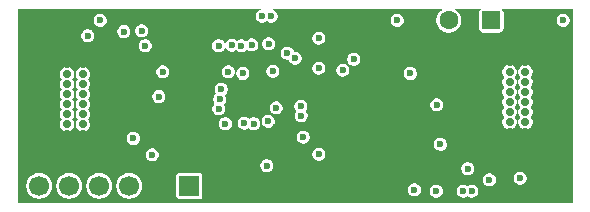
<source format=gbr>
%TF.GenerationSoftware,KiCad,Pcbnew,9.0.4*%
%TF.CreationDate,2025-10-09T20:33:17+01:00*%
%TF.ProjectId,DashcamPower,44617368-6361-46d5-906f-7765722e6b69,rev?*%
%TF.SameCoordinates,Original*%
%TF.FileFunction,Copper,L5,Inr*%
%TF.FilePolarity,Positive*%
%FSLAX46Y46*%
G04 Gerber Fmt 4.6, Leading zero omitted, Abs format (unit mm)*
G04 Created by KiCad (PCBNEW 9.0.4) date 2025-10-09 20:33:17*
%MOMM*%
%LPD*%
G01*
G04 APERTURE LIST*
G04 Aperture macros list*
%AMRoundRect*
0 Rectangle with rounded corners*
0 $1 Rounding radius*
0 $2 $3 $4 $5 $6 $7 $8 $9 X,Y pos of 4 corners*
0 Add a 4 corners polygon primitive as box body*
4,1,4,$2,$3,$4,$5,$6,$7,$8,$9,$2,$3,0*
0 Add four circle primitives for the rounded corners*
1,1,$1+$1,$2,$3*
1,1,$1+$1,$4,$5*
1,1,$1+$1,$6,$7*
1,1,$1+$1,$8,$9*
0 Add four rect primitives between the rounded corners*
20,1,$1+$1,$2,$3,$4,$5,0*
20,1,$1+$1,$4,$5,$6,$7,0*
20,1,$1+$1,$6,$7,$8,$9,0*
20,1,$1+$1,$8,$9,$2,$3,0*%
G04 Aperture macros list end*
%TA.AperFunction,ComponentPad*%
%ADD10C,0.700000*%
%TD*%
%TA.AperFunction,ComponentPad*%
%ADD11O,2.400000X0.900000*%
%TD*%
%TA.AperFunction,ComponentPad*%
%ADD12O,1.700000X0.900000*%
%TD*%
%TA.AperFunction,ComponentPad*%
%ADD13R,1.700000X1.700000*%
%TD*%
%TA.AperFunction,ComponentPad*%
%ADD14C,1.700000*%
%TD*%
%TA.AperFunction,ComponentPad*%
%ADD15RoundRect,0.250000X0.550000X0.550000X-0.550000X0.550000X-0.550000X-0.550000X0.550000X-0.550000X0*%
%TD*%
%TA.AperFunction,ComponentPad*%
%ADD16C,1.600000*%
%TD*%
%TA.AperFunction,ViaPad*%
%ADD17C,0.600000*%
%TD*%
G04 APERTURE END LIST*
D10*
%TO.N,GND*%
%TO.C,J2*%
X109650000Y-102975000D03*
%TO.N,/USB_VOUT*%
X109650000Y-102125000D03*
%TO.N,Net-(J2-CC1)*%
X109650000Y-101275000D03*
%TO.N,Net-(J2-D+-PadA6)*%
X109650000Y-100425000D03*
%TO.N,Net-(J2-D--PadA7)*%
X109650000Y-99575000D03*
%TO.N,unconnected-(J2-SBU1-PadA8)*%
X109650000Y-98725000D03*
%TO.N,/USB_VOUT*%
X109650000Y-97875000D03*
%TO.N,GND*%
X109650000Y-97025000D03*
X111000000Y-97025000D03*
%TO.N,/USB_VOUT*%
X111000000Y-97875000D03*
%TO.N,Net-(J2-CC2)*%
X111000000Y-98725000D03*
%TO.N,Net-(J2-D+-PadA6)*%
X111000000Y-99575000D03*
%TO.N,Net-(J2-D--PadA7)*%
X111000000Y-100425000D03*
%TO.N,unconnected-(J2-SBU2-PadB8)*%
X111000000Y-101275000D03*
%TO.N,/USB_VOUT*%
X111000000Y-102125000D03*
%TO.N,GND*%
X111000000Y-102975000D03*
D11*
X110630000Y-104325000D03*
D12*
X114010000Y-104325000D03*
D11*
X110630000Y-95675000D03*
D12*
X114010000Y-95675000D03*
%TD*%
D13*
%TO.N,/SWD*%
%TO.C,J4*%
X82540000Y-107500000D03*
D14*
%TO.N,GND*%
X80000000Y-107500000D03*
%TO.N,/SWC*%
X77460000Y-107500000D03*
%TO.N,/UTX*%
X74920000Y-107500000D03*
%TO.N,/URX*%
X72380000Y-107500000D03*
%TO.N,+3.3V*%
X69840000Y-107500000D03*
%TD*%
D15*
%TO.N,Net-(LS1-Pad1)*%
%TO.C,LS1*%
X108100000Y-93500000D03*
D16*
%TO.N,Net-(Q3-C)*%
X104500000Y-93500000D03*
%TD*%
D10*
%TO.N,GND*%
%TO.C,J1*%
X73525000Y-97200000D03*
%TO.N,+5V*%
X73525000Y-98050000D03*
%TO.N,Net-(J1-CC1)*%
X73525000Y-98900000D03*
%TO.N,/USB_D_P*%
X73525000Y-99750000D03*
%TO.N,/USB_D_N*%
X73525000Y-100600000D03*
%TO.N,unconnected-(J1-SBU1-PadA8)*%
X73525000Y-101450000D03*
%TO.N,+5V*%
X73525000Y-102300000D03*
%TO.N,GND*%
X73525000Y-103150000D03*
X72175000Y-103150000D03*
%TO.N,+5V*%
X72175000Y-102300000D03*
%TO.N,Net-(J1-CC2)*%
X72175000Y-101450000D03*
%TO.N,/USB_D_P*%
X72175000Y-100600000D03*
%TO.N,/USB_D_N*%
X72175000Y-99750000D03*
%TO.N,unconnected-(J1-SBU2-PadB8)*%
X72175000Y-98900000D03*
%TO.N,+5V*%
X72175000Y-98050000D03*
%TO.N,GND*%
X72175000Y-97200000D03*
D11*
X72545000Y-95850000D03*
D12*
X69165000Y-95850000D03*
D11*
X72545000Y-104500000D03*
D12*
X69165000Y-104500000D03*
%TD*%
D17*
%TO.N,GND*%
X92250000Y-96350000D03*
%TO.N,+5V*%
X75000000Y-93500000D03*
X103450000Y-107950000D03*
X114200000Y-93500000D03*
X105749997Y-107950000D03*
X73950000Y-94800000D03*
X76999000Y-94450000D03*
X101600000Y-107850000D03*
%TO.N,GND*%
X73000000Y-93500000D03*
X88150122Y-105975000D03*
X82750000Y-95800000D03*
X91250000Y-94000000D03*
X78500000Y-105100000D03*
X86450000Y-101000000D03*
X78350000Y-97700000D03*
X87000000Y-93900000D03*
X97650000Y-93400000D03*
X97950000Y-107700000D03*
X89888167Y-102492598D03*
X107000000Y-102650000D03*
X86500000Y-100000000D03*
X106900000Y-98000000D03*
X93500000Y-93000000D03*
X114550000Y-106500000D03*
X68300000Y-100050000D03*
X93450000Y-108250000D03*
X89750000Y-108500000D03*
X82800000Y-97100000D03*
X85000000Y-93900000D03*
X75150000Y-95650000D03*
X87411725Y-98888275D03*
X108450000Y-96000000D03*
X89399998Y-106900000D03*
X86950000Y-105750000D03*
X80150000Y-102950000D03*
X96150000Y-103800000D03*
X71100000Y-93500000D03*
X75800000Y-103400000D03*
X90000000Y-99250000D03*
%TO.N,+3.3V*%
X93500000Y-104850000D03*
X87843800Y-95587988D03*
X91500000Y-96700000D03*
X85050000Y-101000000D03*
X78500000Y-94400000D03*
X89900000Y-100905000D03*
X79400000Y-104900000D03*
X79950000Y-99950000D03*
X80300000Y-97850000D03*
X77800000Y-103500000D03*
X100137500Y-93500748D03*
X78800000Y-95637500D03*
X90850000Y-96300000D03*
X85013075Y-95641883D03*
X87200000Y-102200000D03*
%TO.N,/VCORE*%
X88000000Y-102250000D03*
X86950000Y-95650000D03*
X89256200Y-95500000D03*
%TO.N,/BTN*%
X101250000Y-98000000D03*
%TO.N,Net-(U3-RUN)*%
X92200000Y-103400000D03*
%TO.N,Net-(D1-K)*%
X93500000Y-97550000D03*
X93500000Y-95000000D03*
%TO.N,Net-(D2-K)*%
X96450000Y-96800000D03*
X95538275Y-97711725D03*
%TO.N,/SWC*%
X89223608Y-102047215D03*
%TO.N,/URX*%
X91975000Y-100776200D03*
%TO.N,/UTX*%
X92002616Y-101575726D03*
%TO.N,/SWD*%
X89100000Y-105799998D03*
%TO.N,Net-(Q1-G)*%
X106100000Y-106050000D03*
%TO.N,/USB_RES_D_N*%
X88718301Y-93145685D03*
%TO.N,/USB_RES_D_P*%
X89470701Y-93145685D03*
%TO.N,Net-(R17-Pad2)*%
X103500000Y-100650000D03*
%TO.N,/BUZZER*%
X85600000Y-102250000D03*
%TO.N,/QSPI_SD1*%
X85253400Y-99350000D03*
%TO.N,/QSPI_SD2*%
X85850000Y-97850000D03*
%TO.N,/QSPI_CLK*%
X89611196Y-97815792D03*
%TO.N,/QSPI_SS*%
X85100000Y-100200000D03*
%TO.N,/USB_VOUT*%
X110550000Y-106850000D03*
X103800000Y-104000000D03*
X107950000Y-107000000D03*
X106450000Y-107950000D03*
%TO.N,/QSPI_SD0*%
X87081022Y-97999998D03*
%TO.N,/QSPI_SD3*%
X86150000Y-95600000D03*
%TD*%
%TA.AperFunction,Conductor*%
%TO.N,GND*%
G36*
X88575544Y-92518513D02*
G01*
X88593557Y-92562000D01*
X88575544Y-92605487D01*
X88547975Y-92621404D01*
X88505820Y-92632699D01*
X88505816Y-92632701D01*
X88380287Y-92705175D01*
X88380282Y-92705179D01*
X88277795Y-92807666D01*
X88277791Y-92807671D01*
X88205317Y-92933200D01*
X88205315Y-92933204D01*
X88167801Y-93073207D01*
X88167801Y-93218162D01*
X88205315Y-93358165D01*
X88205316Y-93358167D01*
X88205317Y-93358170D01*
X88277792Y-93483700D01*
X88380286Y-93586194D01*
X88505816Y-93658669D01*
X88505820Y-93658670D01*
X88645824Y-93696185D01*
X88645826Y-93696185D01*
X88790777Y-93696185D01*
X88852507Y-93679643D01*
X88930786Y-93658669D01*
X89056316Y-93586194D01*
X89056324Y-93586185D01*
X89057057Y-93585625D01*
X89057511Y-93585503D01*
X89059807Y-93584178D01*
X89060161Y-93584792D01*
X89102522Y-93573437D01*
X89129051Y-93584426D01*
X89129195Y-93584178D01*
X89131082Y-93585267D01*
X89131945Y-93585625D01*
X89132680Y-93586188D01*
X89132686Y-93586194D01*
X89258216Y-93658669D01*
X89258220Y-93658670D01*
X89398224Y-93696185D01*
X89398226Y-93696185D01*
X89543177Y-93696185D01*
X89604907Y-93679643D01*
X89683186Y-93658669D01*
X89808716Y-93586194D01*
X89911210Y-93483700D01*
X89943213Y-93428270D01*
X99587000Y-93428270D01*
X99587000Y-93573225D01*
X99624514Y-93713228D01*
X99624515Y-93713230D01*
X99624516Y-93713233D01*
X99696991Y-93838763D01*
X99799485Y-93941257D01*
X99925015Y-94013732D01*
X99925019Y-94013733D01*
X100065023Y-94051248D01*
X100065025Y-94051248D01*
X100209976Y-94051248D01*
X100271706Y-94034706D01*
X100349985Y-94013732D01*
X100475515Y-93941257D01*
X100578009Y-93838763D01*
X100650484Y-93713233D01*
X100679897Y-93603465D01*
X100688000Y-93573225D01*
X100688000Y-93428270D01*
X100650485Y-93288267D01*
X100650484Y-93288263D01*
X100578009Y-93162733D01*
X100475515Y-93060239D01*
X100349985Y-92987764D01*
X100349982Y-92987763D01*
X100349980Y-92987762D01*
X100209977Y-92950248D01*
X100209975Y-92950248D01*
X100065025Y-92950248D01*
X100065023Y-92950248D01*
X99925019Y-92987762D01*
X99925015Y-92987764D01*
X99799486Y-93060238D01*
X99799481Y-93060242D01*
X99696994Y-93162729D01*
X99696990Y-93162734D01*
X99624516Y-93288263D01*
X99624514Y-93288267D01*
X99587000Y-93428270D01*
X89943213Y-93428270D01*
X89983685Y-93358170D01*
X90002617Y-93287515D01*
X90021201Y-93218162D01*
X90021201Y-93073207D01*
X89983686Y-92933204D01*
X89983685Y-92933200D01*
X89911210Y-92807670D01*
X89808716Y-92705176D01*
X89683186Y-92632701D01*
X89683183Y-92632700D01*
X89683181Y-92632699D01*
X89641027Y-92621404D01*
X89603684Y-92592750D01*
X89597541Y-92546082D01*
X89626195Y-92508739D01*
X89656945Y-92500500D01*
X103902269Y-92500500D01*
X103945756Y-92518513D01*
X103963769Y-92562000D01*
X103945756Y-92605487D01*
X103936436Y-92613136D01*
X103830345Y-92684022D01*
X103684022Y-92830345D01*
X103569060Y-93002400D01*
X103569056Y-93002408D01*
X103489873Y-93193569D01*
X103489868Y-93193585D01*
X103449500Y-93396531D01*
X103449500Y-93603468D01*
X103489868Y-93806414D01*
X103489873Y-93806430D01*
X103569056Y-93997591D01*
X103569059Y-93997598D01*
X103579840Y-94013733D01*
X103684022Y-94169654D01*
X103830345Y-94315977D01*
X103830344Y-94315977D01*
X103865418Y-94339412D01*
X104002402Y-94430941D01*
X104077351Y-94461986D01*
X104193569Y-94510126D01*
X104193574Y-94510127D01*
X104193580Y-94510130D01*
X104396531Y-94550499D01*
X104396532Y-94550500D01*
X104396535Y-94550500D01*
X104603468Y-94550500D01*
X104603468Y-94550499D01*
X104806420Y-94510130D01*
X104997598Y-94430941D01*
X105169655Y-94315977D01*
X105315977Y-94169655D01*
X105430941Y-93997598D01*
X105510130Y-93806420D01*
X105550499Y-93603468D01*
X105550500Y-93603468D01*
X105550500Y-93396532D01*
X105550499Y-93396531D01*
X105542868Y-93358169D01*
X105510130Y-93193580D01*
X105510127Y-93193574D01*
X105510126Y-93193569D01*
X105460271Y-93073210D01*
X105430941Y-93002402D01*
X105315977Y-92830345D01*
X105169655Y-92684023D01*
X105169654Y-92684022D01*
X105169655Y-92684022D01*
X105063564Y-92613136D01*
X105037413Y-92573998D01*
X105046595Y-92527833D01*
X105085733Y-92501682D01*
X105097731Y-92500500D01*
X107138429Y-92500500D01*
X107181916Y-92518513D01*
X107199929Y-92562000D01*
X107187662Y-92598854D01*
X107170782Y-92621404D01*
X107106205Y-92707666D01*
X107106203Y-92707671D01*
X107055910Y-92842512D01*
X107049500Y-92902128D01*
X107049500Y-94097872D01*
X107055908Y-94157481D01*
X107055909Y-94157485D01*
X107085759Y-94237515D01*
X107106204Y-94292331D01*
X107192454Y-94407546D01*
X107307669Y-94493796D01*
X107442517Y-94544091D01*
X107502127Y-94550500D01*
X108697872Y-94550499D01*
X108757483Y-94544091D01*
X108892331Y-94493796D01*
X109007546Y-94407546D01*
X109093796Y-94292331D01*
X109144091Y-94157483D01*
X109150500Y-94097873D01*
X109150499Y-93427522D01*
X113649500Y-93427522D01*
X113649500Y-93572477D01*
X113687014Y-93712480D01*
X113687015Y-93712482D01*
X113687016Y-93712485D01*
X113759491Y-93838015D01*
X113861985Y-93940509D01*
X113987515Y-94012984D01*
X113987519Y-94012985D01*
X114127523Y-94050500D01*
X114127525Y-94050500D01*
X114272476Y-94050500D01*
X114334206Y-94033958D01*
X114412485Y-94012984D01*
X114538015Y-93940509D01*
X114640509Y-93838015D01*
X114712984Y-93712485D01*
X114727540Y-93658158D01*
X114750500Y-93572477D01*
X114750500Y-93427522D01*
X114716061Y-93298999D01*
X114712984Y-93287515D01*
X114640509Y-93161985D01*
X114538015Y-93059491D01*
X114412485Y-92987016D01*
X114412482Y-92987015D01*
X114412480Y-92987014D01*
X114272477Y-92949500D01*
X114272475Y-92949500D01*
X114127525Y-92949500D01*
X114127523Y-92949500D01*
X113987519Y-92987014D01*
X113987515Y-92987016D01*
X113861986Y-93059490D01*
X113861981Y-93059494D01*
X113759494Y-93161981D01*
X113759490Y-93161986D01*
X113687016Y-93287515D01*
X113687014Y-93287519D01*
X113649500Y-93427522D01*
X109150499Y-93427522D01*
X109150499Y-92902128D01*
X109144091Y-92842517D01*
X109093796Y-92707669D01*
X109093253Y-92706944D01*
X109029218Y-92621404D01*
X109012337Y-92598854D01*
X109000697Y-92553248D01*
X109024715Y-92512767D01*
X109061571Y-92500500D01*
X114938000Y-92500500D01*
X114981487Y-92518513D01*
X114999500Y-92562000D01*
X114999500Y-108938000D01*
X114981487Y-108981487D01*
X114938000Y-108999500D01*
X68062000Y-108999500D01*
X68018513Y-108981487D01*
X68000500Y-108938000D01*
X68000500Y-107413385D01*
X68739500Y-107413385D01*
X68739500Y-107586614D01*
X68766598Y-107757703D01*
X68820127Y-107922446D01*
X68898769Y-108076790D01*
X69000584Y-108216926D01*
X69123073Y-108339415D01*
X69193398Y-108390509D01*
X69263212Y-108441232D01*
X69417555Y-108519873D01*
X69582296Y-108573401D01*
X69582299Y-108573402D01*
X69753389Y-108600500D01*
X69753393Y-108600500D01*
X69926607Y-108600500D01*
X69926611Y-108600500D01*
X70097701Y-108573402D01*
X70262445Y-108519873D01*
X70416788Y-108441232D01*
X70556928Y-108339414D01*
X70679414Y-108216928D01*
X70781232Y-108076788D01*
X70859873Y-107922445D01*
X70913402Y-107757701D01*
X70940500Y-107586611D01*
X70940500Y-107413389D01*
X70940499Y-107413385D01*
X71279500Y-107413385D01*
X71279500Y-107586614D01*
X71306598Y-107757703D01*
X71360127Y-107922446D01*
X71438769Y-108076790D01*
X71540584Y-108216926D01*
X71663073Y-108339415D01*
X71733398Y-108390509D01*
X71803212Y-108441232D01*
X71957555Y-108519873D01*
X72122296Y-108573401D01*
X72122299Y-108573402D01*
X72293389Y-108600500D01*
X72293393Y-108600500D01*
X72466607Y-108600500D01*
X72466611Y-108600500D01*
X72637701Y-108573402D01*
X72802445Y-108519873D01*
X72956788Y-108441232D01*
X73096928Y-108339414D01*
X73219414Y-108216928D01*
X73321232Y-108076788D01*
X73399873Y-107922445D01*
X73453402Y-107757701D01*
X73480500Y-107586611D01*
X73480500Y-107413389D01*
X73480499Y-107413385D01*
X73819500Y-107413385D01*
X73819500Y-107586614D01*
X73846598Y-107757703D01*
X73900127Y-107922446D01*
X73978769Y-108076790D01*
X74080584Y-108216926D01*
X74203073Y-108339415D01*
X74273398Y-108390509D01*
X74343212Y-108441232D01*
X74497555Y-108519873D01*
X74662296Y-108573401D01*
X74662299Y-108573402D01*
X74833389Y-108600500D01*
X74833393Y-108600500D01*
X75006607Y-108600500D01*
X75006611Y-108600500D01*
X75177701Y-108573402D01*
X75342445Y-108519873D01*
X75496788Y-108441232D01*
X75636928Y-108339414D01*
X75759414Y-108216928D01*
X75861232Y-108076788D01*
X75939873Y-107922445D01*
X75993402Y-107757701D01*
X76020500Y-107586611D01*
X76020500Y-107413389D01*
X76020499Y-107413385D01*
X76359500Y-107413385D01*
X76359500Y-107586614D01*
X76386598Y-107757703D01*
X76440127Y-107922446D01*
X76518769Y-108076790D01*
X76620584Y-108216926D01*
X76743073Y-108339415D01*
X76813398Y-108390509D01*
X76883212Y-108441232D01*
X77037555Y-108519873D01*
X77202296Y-108573401D01*
X77202299Y-108573402D01*
X77373389Y-108600500D01*
X77373393Y-108600500D01*
X77546607Y-108600500D01*
X77546611Y-108600500D01*
X77717701Y-108573402D01*
X77882445Y-108519873D01*
X78036788Y-108441232D01*
X78176928Y-108339414D01*
X78299414Y-108216928D01*
X78401232Y-108076788D01*
X78479873Y-107922445D01*
X78533402Y-107757701D01*
X78560500Y-107586611D01*
X78560500Y-107413389D01*
X78533402Y-107242299D01*
X78479873Y-107077555D01*
X78401232Y-106923212D01*
X78400697Y-106922475D01*
X78299415Y-106783073D01*
X78176926Y-106660584D01*
X78128392Y-106625322D01*
X81439500Y-106625322D01*
X81439500Y-108374677D01*
X81454032Y-108447738D01*
X81464220Y-108462985D01*
X81509399Y-108530601D01*
X81571615Y-108572172D01*
X81592261Y-108585967D01*
X81650473Y-108597545D01*
X81665322Y-108600499D01*
X81665323Y-108600500D01*
X81665326Y-108600500D01*
X83414677Y-108600500D01*
X83414677Y-108600499D01*
X83443980Y-108594670D01*
X83487738Y-108585967D01*
X83487739Y-108585966D01*
X83487740Y-108585966D01*
X83570601Y-108530601D01*
X83625966Y-108447740D01*
X83625966Y-108447739D01*
X83625967Y-108447738D01*
X83637351Y-108390505D01*
X83640499Y-108374677D01*
X83640500Y-108374677D01*
X83640500Y-107777522D01*
X101049500Y-107777522D01*
X101049500Y-107922477D01*
X101087014Y-108062480D01*
X101087015Y-108062482D01*
X101087016Y-108062485D01*
X101159491Y-108188015D01*
X101261985Y-108290509D01*
X101387515Y-108362984D01*
X101387519Y-108362985D01*
X101527523Y-108400500D01*
X101527525Y-108400500D01*
X101672476Y-108400500D01*
X101754497Y-108378522D01*
X101812485Y-108362984D01*
X101938015Y-108290509D01*
X102040509Y-108188015D01*
X102112984Y-108062485D01*
X102127540Y-108008158D01*
X102150500Y-107922477D01*
X102150500Y-107877522D01*
X102899500Y-107877522D01*
X102899500Y-108022477D01*
X102937014Y-108162480D01*
X102937015Y-108162482D01*
X102937016Y-108162485D01*
X103009491Y-108288015D01*
X103111985Y-108390509D01*
X103237515Y-108462984D01*
X103237519Y-108462985D01*
X103377523Y-108500500D01*
X103377525Y-108500500D01*
X103522476Y-108500500D01*
X103584206Y-108483958D01*
X103662485Y-108462984D01*
X103788015Y-108390509D01*
X103890509Y-108288015D01*
X103962984Y-108162485D01*
X103985947Y-108076788D01*
X104000500Y-108022477D01*
X104000500Y-107877522D01*
X105199497Y-107877522D01*
X105199497Y-108022477D01*
X105237011Y-108162480D01*
X105237012Y-108162482D01*
X105237013Y-108162485D01*
X105309488Y-108288015D01*
X105411982Y-108390509D01*
X105537512Y-108462984D01*
X105537516Y-108462985D01*
X105677520Y-108500500D01*
X105677522Y-108500500D01*
X105822473Y-108500500D01*
X105884203Y-108483958D01*
X105962482Y-108462984D01*
X106069248Y-108401341D01*
X106115915Y-108395197D01*
X106130748Y-108401342D01*
X106237509Y-108462981D01*
X106237511Y-108462982D01*
X106237515Y-108462984D01*
X106237519Y-108462985D01*
X106377523Y-108500500D01*
X106377525Y-108500500D01*
X106522476Y-108500500D01*
X106584206Y-108483958D01*
X106662485Y-108462984D01*
X106788015Y-108390509D01*
X106890509Y-108288015D01*
X106962984Y-108162485D01*
X106985947Y-108076788D01*
X107000500Y-108022477D01*
X107000500Y-107877522D01*
X106962985Y-107737519D01*
X106962984Y-107737515D01*
X106890509Y-107611985D01*
X106788015Y-107509491D01*
X106662485Y-107437016D01*
X106662482Y-107437015D01*
X106662480Y-107437014D01*
X106522477Y-107399500D01*
X106522475Y-107399500D01*
X106377525Y-107399500D01*
X106377523Y-107399500D01*
X106237519Y-107437014D01*
X106237515Y-107437016D01*
X106130748Y-107498658D01*
X106084080Y-107504801D01*
X106069250Y-107498659D01*
X105962482Y-107437016D01*
X105962479Y-107437015D01*
X105962477Y-107437014D01*
X105822474Y-107399500D01*
X105822472Y-107399500D01*
X105677522Y-107399500D01*
X105677520Y-107399500D01*
X105537516Y-107437014D01*
X105537512Y-107437016D01*
X105411983Y-107509490D01*
X105411978Y-107509494D01*
X105309491Y-107611981D01*
X105309487Y-107611986D01*
X105237013Y-107737515D01*
X105237011Y-107737519D01*
X105199497Y-107877522D01*
X104000500Y-107877522D01*
X103962985Y-107737519D01*
X103962984Y-107737515D01*
X103890509Y-107611985D01*
X103788015Y-107509491D01*
X103662485Y-107437016D01*
X103662482Y-107437015D01*
X103662480Y-107437014D01*
X103522477Y-107399500D01*
X103522475Y-107399500D01*
X103377525Y-107399500D01*
X103377523Y-107399500D01*
X103237519Y-107437014D01*
X103237515Y-107437016D01*
X103111986Y-107509490D01*
X103111981Y-107509494D01*
X103009494Y-107611981D01*
X103009490Y-107611986D01*
X102937016Y-107737515D01*
X102937014Y-107737519D01*
X102899500Y-107877522D01*
X102150500Y-107877522D01*
X102150500Y-107777522D01*
X102112985Y-107637519D01*
X102112984Y-107637515D01*
X102040509Y-107511985D01*
X101938015Y-107409491D01*
X101812485Y-107337016D01*
X101812482Y-107337015D01*
X101812480Y-107337014D01*
X101672477Y-107299500D01*
X101672475Y-107299500D01*
X101527525Y-107299500D01*
X101527523Y-107299500D01*
X101387519Y-107337014D01*
X101387515Y-107337016D01*
X101261986Y-107409490D01*
X101261981Y-107409494D01*
X101159494Y-107511981D01*
X101159490Y-107511986D01*
X101087016Y-107637515D01*
X101087014Y-107637519D01*
X101049500Y-107777522D01*
X83640500Y-107777522D01*
X83640500Y-106927522D01*
X107399500Y-106927522D01*
X107399500Y-107072477D01*
X107437014Y-107212480D01*
X107437015Y-107212482D01*
X107437016Y-107212485D01*
X107509491Y-107338015D01*
X107611985Y-107440509D01*
X107737515Y-107512984D01*
X107737519Y-107512985D01*
X107877523Y-107550500D01*
X107877525Y-107550500D01*
X108022476Y-107550500D01*
X108084206Y-107533958D01*
X108162485Y-107512984D01*
X108288015Y-107440509D01*
X108390509Y-107338015D01*
X108462984Y-107212485D01*
X108499139Y-107077555D01*
X108500500Y-107072477D01*
X108500500Y-106927522D01*
X108463492Y-106789412D01*
X108463492Y-106789410D01*
X108463491Y-106789409D01*
X108462984Y-106787515D01*
X108457215Y-106777522D01*
X109999500Y-106777522D01*
X109999500Y-106922477D01*
X110037014Y-107062480D01*
X110037015Y-107062482D01*
X110037016Y-107062485D01*
X110109491Y-107188015D01*
X110211985Y-107290509D01*
X110337515Y-107362984D01*
X110337519Y-107362985D01*
X110477523Y-107400500D01*
X110477525Y-107400500D01*
X110622476Y-107400500D01*
X110684206Y-107383958D01*
X110762485Y-107362984D01*
X110888015Y-107290509D01*
X110990509Y-107188015D01*
X111062984Y-107062485D01*
X111100303Y-106923212D01*
X111100500Y-106922477D01*
X111100500Y-106777522D01*
X111062985Y-106637519D01*
X111062984Y-106637515D01*
X110990509Y-106511985D01*
X110888015Y-106409491D01*
X110762485Y-106337016D01*
X110762482Y-106337015D01*
X110762480Y-106337014D01*
X110622477Y-106299500D01*
X110622475Y-106299500D01*
X110477525Y-106299500D01*
X110477523Y-106299500D01*
X110337519Y-106337014D01*
X110337515Y-106337016D01*
X110211986Y-106409490D01*
X110211981Y-106409494D01*
X110109494Y-106511981D01*
X110109490Y-106511986D01*
X110037016Y-106637515D01*
X110037014Y-106637519D01*
X109999500Y-106777522D01*
X108457215Y-106777522D01*
X108390509Y-106661985D01*
X108288015Y-106559491D01*
X108162485Y-106487016D01*
X108162482Y-106487015D01*
X108162480Y-106487014D01*
X108022477Y-106449500D01*
X108022475Y-106449500D01*
X107877525Y-106449500D01*
X107877523Y-106449500D01*
X107737519Y-106487014D01*
X107737515Y-106487016D01*
X107611986Y-106559490D01*
X107611981Y-106559494D01*
X107509494Y-106661981D01*
X107509490Y-106661986D01*
X107437016Y-106787515D01*
X107437014Y-106787519D01*
X107399500Y-106927522D01*
X83640500Y-106927522D01*
X83640500Y-106625323D01*
X83640499Y-106625322D01*
X83625967Y-106552261D01*
X83599056Y-106511986D01*
X83570601Y-106469399D01*
X83506544Y-106426598D01*
X83487738Y-106414032D01*
X83414677Y-106399500D01*
X83414674Y-106399500D01*
X81665326Y-106399500D01*
X81665323Y-106399500D01*
X81592261Y-106414032D01*
X81509399Y-106469399D01*
X81454032Y-106552261D01*
X81439500Y-106625322D01*
X78128392Y-106625322D01*
X78036790Y-106558769D01*
X77882446Y-106480127D01*
X77717702Y-106426598D01*
X77717704Y-106426598D01*
X77546614Y-106399500D01*
X77546611Y-106399500D01*
X77373389Y-106399500D01*
X77373385Y-106399500D01*
X77202296Y-106426598D01*
X77037553Y-106480127D01*
X76883209Y-106558769D01*
X76743073Y-106660584D01*
X76743073Y-106660585D01*
X76743072Y-106660586D01*
X76620586Y-106783072D01*
X76620585Y-106783073D01*
X76620584Y-106783073D01*
X76518769Y-106923209D01*
X76440127Y-107077553D01*
X76386598Y-107242296D01*
X76359500Y-107413385D01*
X76020499Y-107413385D01*
X75993402Y-107242299D01*
X75939873Y-107077555D01*
X75861232Y-106923212D01*
X75860697Y-106922475D01*
X75759415Y-106783073D01*
X75636926Y-106660584D01*
X75496790Y-106558769D01*
X75342446Y-106480127D01*
X75177702Y-106426598D01*
X75177704Y-106426598D01*
X75006614Y-106399500D01*
X75006611Y-106399500D01*
X74833389Y-106399500D01*
X74833385Y-106399500D01*
X74662296Y-106426598D01*
X74497553Y-106480127D01*
X74343209Y-106558769D01*
X74203073Y-106660584D01*
X74203073Y-106660585D01*
X74203072Y-106660586D01*
X74080586Y-106783072D01*
X74080585Y-106783073D01*
X74080584Y-106783073D01*
X73978769Y-106923209D01*
X73900127Y-107077553D01*
X73846598Y-107242296D01*
X73819500Y-107413385D01*
X73480499Y-107413385D01*
X73453402Y-107242299D01*
X73399873Y-107077555D01*
X73321232Y-106923212D01*
X73320697Y-106922475D01*
X73219415Y-106783073D01*
X73096926Y-106660584D01*
X72956790Y-106558769D01*
X72802446Y-106480127D01*
X72637702Y-106426598D01*
X72637704Y-106426598D01*
X72466614Y-106399500D01*
X72466611Y-106399500D01*
X72293389Y-106399500D01*
X72293385Y-106399500D01*
X72122296Y-106426598D01*
X71957553Y-106480127D01*
X71803209Y-106558769D01*
X71663073Y-106660584D01*
X71663073Y-106660585D01*
X71663072Y-106660586D01*
X71540586Y-106783072D01*
X71540585Y-106783073D01*
X71540584Y-106783073D01*
X71438769Y-106923209D01*
X71360127Y-107077553D01*
X71306598Y-107242296D01*
X71279500Y-107413385D01*
X70940499Y-107413385D01*
X70913402Y-107242299D01*
X70859873Y-107077555D01*
X70781232Y-106923212D01*
X70780697Y-106922475D01*
X70679415Y-106783073D01*
X70556926Y-106660584D01*
X70416790Y-106558769D01*
X70262446Y-106480127D01*
X70097702Y-106426598D01*
X70097704Y-106426598D01*
X69926614Y-106399500D01*
X69926611Y-106399500D01*
X69753389Y-106399500D01*
X69753385Y-106399500D01*
X69582296Y-106426598D01*
X69417553Y-106480127D01*
X69263209Y-106558769D01*
X69123073Y-106660584D01*
X69123073Y-106660585D01*
X69123072Y-106660586D01*
X69000586Y-106783072D01*
X69000585Y-106783073D01*
X69000584Y-106783073D01*
X68898769Y-106923209D01*
X68820127Y-107077553D01*
X68766598Y-107242296D01*
X68739500Y-107413385D01*
X68000500Y-107413385D01*
X68000500Y-105727520D01*
X88549500Y-105727520D01*
X88549500Y-105872475D01*
X88587014Y-106012478D01*
X88587015Y-106012480D01*
X88587016Y-106012483D01*
X88659491Y-106138013D01*
X88761985Y-106240507D01*
X88887515Y-106312982D01*
X88887519Y-106312983D01*
X89027523Y-106350498D01*
X89027525Y-106350498D01*
X89172476Y-106350498D01*
X89234206Y-106333956D01*
X89312485Y-106312982D01*
X89438015Y-106240507D01*
X89540509Y-106138013D01*
X89612984Y-106012483D01*
X89622352Y-105977522D01*
X105549500Y-105977522D01*
X105549500Y-106122477D01*
X105587014Y-106262480D01*
X105587015Y-106262482D01*
X105587016Y-106262485D01*
X105659491Y-106388015D01*
X105761985Y-106490509D01*
X105887515Y-106562984D01*
X105887519Y-106562985D01*
X106027523Y-106600500D01*
X106027525Y-106600500D01*
X106172476Y-106600500D01*
X106234206Y-106583958D01*
X106312485Y-106562984D01*
X106438015Y-106490509D01*
X106540509Y-106388015D01*
X106612984Y-106262485D01*
X106646337Y-106138013D01*
X106650500Y-106122477D01*
X106650500Y-105977522D01*
X106612985Y-105837519D01*
X106612984Y-105837515D01*
X106540509Y-105711985D01*
X106438015Y-105609491D01*
X106312485Y-105537016D01*
X106312482Y-105537015D01*
X106312480Y-105537014D01*
X106172477Y-105499500D01*
X106172475Y-105499500D01*
X106027525Y-105499500D01*
X106027523Y-105499500D01*
X105887519Y-105537014D01*
X105887515Y-105537016D01*
X105761986Y-105609490D01*
X105761981Y-105609494D01*
X105659494Y-105711981D01*
X105659490Y-105711986D01*
X105587016Y-105837515D01*
X105587014Y-105837519D01*
X105549500Y-105977522D01*
X89622352Y-105977522D01*
X89627697Y-105957576D01*
X89650500Y-105872475D01*
X89650500Y-105727520D01*
X89612985Y-105587517D01*
X89612984Y-105587513D01*
X89540509Y-105461983D01*
X89438015Y-105359489D01*
X89312485Y-105287014D01*
X89312482Y-105287013D01*
X89312480Y-105287012D01*
X89172477Y-105249498D01*
X89172475Y-105249498D01*
X89027525Y-105249498D01*
X89027523Y-105249498D01*
X88887519Y-105287012D01*
X88887515Y-105287014D01*
X88761986Y-105359488D01*
X88761981Y-105359492D01*
X88659494Y-105461979D01*
X88659490Y-105461984D01*
X88587016Y-105587513D01*
X88587014Y-105587517D01*
X88549500Y-105727520D01*
X68000500Y-105727520D01*
X68000500Y-104827522D01*
X78849500Y-104827522D01*
X78849500Y-104972477D01*
X78887014Y-105112480D01*
X78887015Y-105112482D01*
X78887016Y-105112485D01*
X78959491Y-105238015D01*
X79061985Y-105340509D01*
X79187515Y-105412984D01*
X79187519Y-105412985D01*
X79327523Y-105450500D01*
X79327525Y-105450500D01*
X79472476Y-105450500D01*
X79534206Y-105433958D01*
X79612485Y-105412984D01*
X79738015Y-105340509D01*
X79840509Y-105238015D01*
X79912984Y-105112485D01*
X79927540Y-105058158D01*
X79950500Y-104972477D01*
X79950500Y-104827522D01*
X79940288Y-104789412D01*
X79937102Y-104777522D01*
X92949500Y-104777522D01*
X92949500Y-104922477D01*
X92987014Y-105062480D01*
X92987015Y-105062482D01*
X92987016Y-105062485D01*
X93059491Y-105188015D01*
X93161985Y-105290509D01*
X93287515Y-105362984D01*
X93287519Y-105362985D01*
X93427523Y-105400500D01*
X93427525Y-105400500D01*
X93572476Y-105400500D01*
X93634206Y-105383958D01*
X93712485Y-105362984D01*
X93838015Y-105290509D01*
X93940509Y-105188015D01*
X94012984Y-105062485D01*
X94037102Y-104972477D01*
X94050500Y-104922477D01*
X94050500Y-104777522D01*
X94012985Y-104637519D01*
X94012984Y-104637515D01*
X93940509Y-104511985D01*
X93838015Y-104409491D01*
X93712485Y-104337016D01*
X93712482Y-104337015D01*
X93712480Y-104337014D01*
X93572477Y-104299500D01*
X93572475Y-104299500D01*
X93427525Y-104299500D01*
X93427523Y-104299500D01*
X93287519Y-104337014D01*
X93287515Y-104337016D01*
X93161986Y-104409490D01*
X93161981Y-104409494D01*
X93059494Y-104511981D01*
X93059490Y-104511986D01*
X92987016Y-104637515D01*
X92987014Y-104637519D01*
X92949500Y-104777522D01*
X79937102Y-104777522D01*
X79912985Y-104687519D01*
X79912984Y-104687515D01*
X79840509Y-104561985D01*
X79738015Y-104459491D01*
X79612485Y-104387016D01*
X79612482Y-104387015D01*
X79612480Y-104387014D01*
X79472477Y-104349500D01*
X79472475Y-104349500D01*
X79327525Y-104349500D01*
X79327523Y-104349500D01*
X79187519Y-104387014D01*
X79187515Y-104387016D01*
X79061986Y-104459490D01*
X79061981Y-104459494D01*
X78959494Y-104561981D01*
X78959490Y-104561986D01*
X78887016Y-104687515D01*
X78887014Y-104687519D01*
X78849500Y-104827522D01*
X68000500Y-104827522D01*
X68000500Y-103427522D01*
X77249500Y-103427522D01*
X77249500Y-103572477D01*
X77287014Y-103712480D01*
X77287015Y-103712482D01*
X77287016Y-103712485D01*
X77359491Y-103838015D01*
X77461985Y-103940509D01*
X77587515Y-104012984D01*
X77587519Y-104012985D01*
X77727523Y-104050500D01*
X77727525Y-104050500D01*
X77872476Y-104050500D01*
X77934206Y-104033958D01*
X78012485Y-104012984D01*
X78138015Y-103940509D01*
X78240509Y-103838015D01*
X78312984Y-103712485D01*
X78327540Y-103658158D01*
X78350500Y-103572477D01*
X78350500Y-103427522D01*
X78326890Y-103339412D01*
X78326890Y-103339411D01*
X78323704Y-103327522D01*
X91649500Y-103327522D01*
X91649500Y-103472477D01*
X91687014Y-103612480D01*
X91687015Y-103612482D01*
X91687016Y-103612485D01*
X91759491Y-103738015D01*
X91861985Y-103840509D01*
X91987515Y-103912984D01*
X91987519Y-103912985D01*
X92127523Y-103950500D01*
X92127525Y-103950500D01*
X92272476Y-103950500D01*
X92334206Y-103933958D01*
X92358226Y-103927522D01*
X103249500Y-103927522D01*
X103249500Y-104072477D01*
X103287014Y-104212480D01*
X103287015Y-104212482D01*
X103287016Y-104212485D01*
X103359491Y-104338015D01*
X103461985Y-104440509D01*
X103587515Y-104512984D01*
X103587519Y-104512985D01*
X103727523Y-104550500D01*
X103727525Y-104550500D01*
X103872476Y-104550500D01*
X103934206Y-104533958D01*
X104012485Y-104512984D01*
X104138015Y-104440509D01*
X104240509Y-104338015D01*
X104312984Y-104212485D01*
X104327540Y-104158158D01*
X104350500Y-104072477D01*
X104350500Y-103927522D01*
X104312985Y-103787519D01*
X104312984Y-103787515D01*
X104240509Y-103661985D01*
X104138015Y-103559491D01*
X104012485Y-103487016D01*
X104012482Y-103487015D01*
X104012480Y-103487014D01*
X103872477Y-103449500D01*
X103872475Y-103449500D01*
X103727525Y-103449500D01*
X103727523Y-103449500D01*
X103587519Y-103487014D01*
X103587515Y-103487016D01*
X103461986Y-103559490D01*
X103461981Y-103559494D01*
X103359494Y-103661981D01*
X103359490Y-103661986D01*
X103287016Y-103787515D01*
X103287014Y-103787519D01*
X103249500Y-103927522D01*
X92358226Y-103927522D01*
X92412485Y-103912984D01*
X92486532Y-103870232D01*
X92486534Y-103870232D01*
X92538008Y-103840513D01*
X92538007Y-103840513D01*
X92538015Y-103840509D01*
X92640509Y-103738015D01*
X92712984Y-103612485D01*
X92746604Y-103487016D01*
X92750500Y-103472477D01*
X92750500Y-103327522D01*
X92712985Y-103187519D01*
X92712984Y-103187515D01*
X92640509Y-103061985D01*
X92538015Y-102959491D01*
X92412485Y-102887016D01*
X92412482Y-102887015D01*
X92412480Y-102887014D01*
X92272477Y-102849500D01*
X92272475Y-102849500D01*
X92127525Y-102849500D01*
X92127523Y-102849500D01*
X91987519Y-102887014D01*
X91987515Y-102887016D01*
X91861986Y-102959490D01*
X91861981Y-102959494D01*
X91759494Y-103061981D01*
X91759490Y-103061986D01*
X91687016Y-103187515D01*
X91687014Y-103187519D01*
X91649500Y-103327522D01*
X78323704Y-103327522D01*
X78312986Y-103287521D01*
X78312985Y-103287519D01*
X78312984Y-103287515D01*
X78240509Y-103161985D01*
X78138015Y-103059491D01*
X78012485Y-102987016D01*
X78012482Y-102987015D01*
X78012480Y-102987014D01*
X77872477Y-102949500D01*
X77872475Y-102949500D01*
X77727525Y-102949500D01*
X77727523Y-102949500D01*
X77587519Y-102987014D01*
X77587515Y-102987016D01*
X77461986Y-103059490D01*
X77461981Y-103059494D01*
X77359494Y-103161981D01*
X77359490Y-103161986D01*
X77287016Y-103287515D01*
X77287014Y-103287519D01*
X77249500Y-103427522D01*
X68000500Y-103427522D01*
X68000500Y-97970940D01*
X71574500Y-97970940D01*
X71574500Y-98129059D01*
X71615421Y-98281779D01*
X71615422Y-98281781D01*
X71615423Y-98281784D01*
X71694480Y-98418716D01*
X71694483Y-98418719D01*
X71707277Y-98431513D01*
X71725290Y-98475000D01*
X71707277Y-98518487D01*
X71694483Y-98531280D01*
X71694479Y-98531285D01*
X71615423Y-98668216D01*
X71615421Y-98668220D01*
X71574500Y-98820940D01*
X71574500Y-98979059D01*
X71615421Y-99131779D01*
X71615422Y-99131781D01*
X71615423Y-99131784D01*
X71694480Y-99268716D01*
X71694483Y-99268719D01*
X71707277Y-99281513D01*
X71725290Y-99325000D01*
X71707277Y-99368487D01*
X71694483Y-99381280D01*
X71694479Y-99381285D01*
X71615423Y-99518216D01*
X71615421Y-99518220D01*
X71574500Y-99670940D01*
X71574500Y-99829059D01*
X71615421Y-99981779D01*
X71615422Y-99981781D01*
X71615423Y-99981784D01*
X71694480Y-100118716D01*
X71694483Y-100118719D01*
X71707277Y-100131513D01*
X71725290Y-100175000D01*
X71707277Y-100218487D01*
X71694483Y-100231280D01*
X71694479Y-100231285D01*
X71615423Y-100368216D01*
X71615421Y-100368220D01*
X71574500Y-100520940D01*
X71574500Y-100679059D01*
X71615421Y-100831779D01*
X71615422Y-100831781D01*
X71615423Y-100831784D01*
X71694480Y-100968716D01*
X71694483Y-100968719D01*
X71707277Y-100981513D01*
X71725290Y-101025000D01*
X71707277Y-101068487D01*
X71694483Y-101081280D01*
X71694479Y-101081285D01*
X71615423Y-101218216D01*
X71615421Y-101218220D01*
X71574500Y-101370940D01*
X71574500Y-101529059D01*
X71615421Y-101681779D01*
X71615422Y-101681781D01*
X71615423Y-101681784D01*
X71694480Y-101818716D01*
X71694483Y-101818719D01*
X71707277Y-101831513D01*
X71725290Y-101875000D01*
X71707277Y-101918487D01*
X71694483Y-101931280D01*
X71694479Y-101931285D01*
X71615423Y-102068216D01*
X71615421Y-102068220D01*
X71574500Y-102220940D01*
X71574500Y-102379059D01*
X71615421Y-102531779D01*
X71615422Y-102531781D01*
X71615423Y-102531784D01*
X71694480Y-102668716D01*
X71806284Y-102780520D01*
X71943216Y-102859577D01*
X71943220Y-102859578D01*
X72095941Y-102900500D01*
X72095943Y-102900500D01*
X72254058Y-102900500D01*
X72321397Y-102882456D01*
X72406784Y-102859577D01*
X72543716Y-102780520D01*
X72655520Y-102668716D01*
X72734577Y-102531784D01*
X72766543Y-102412485D01*
X72775500Y-102379059D01*
X72775500Y-102220940D01*
X72734578Y-102068220D01*
X72734577Y-102068216D01*
X72655520Y-101931284D01*
X72642723Y-101918487D01*
X72624710Y-101875000D01*
X72642723Y-101831513D01*
X72655520Y-101818716D01*
X72734577Y-101681784D01*
X72754694Y-101606705D01*
X72775500Y-101529059D01*
X72775500Y-101370940D01*
X72734578Y-101218220D01*
X72734577Y-101218216D01*
X72655520Y-101081284D01*
X72642723Y-101068487D01*
X72624710Y-101025000D01*
X72642723Y-100981513D01*
X72646761Y-100977475D01*
X72655520Y-100968716D01*
X72734577Y-100831784D01*
X72765705Y-100715612D01*
X72775500Y-100679059D01*
X72775500Y-100520940D01*
X72734578Y-100368220D01*
X72734577Y-100368216D01*
X72655520Y-100231284D01*
X72642723Y-100218487D01*
X72624710Y-100175000D01*
X72642723Y-100131513D01*
X72646714Y-100127522D01*
X72655520Y-100118716D01*
X72734577Y-99981784D01*
X72766678Y-99861981D01*
X72775500Y-99829059D01*
X72775500Y-99670940D01*
X72734578Y-99518220D01*
X72734577Y-99518216D01*
X72655520Y-99381284D01*
X72642723Y-99368487D01*
X72624710Y-99325000D01*
X72642723Y-99281513D01*
X72646714Y-99277522D01*
X72655520Y-99268716D01*
X72734577Y-99131784D01*
X72766678Y-99011981D01*
X72775500Y-98979059D01*
X72775500Y-98820940D01*
X72734578Y-98668220D01*
X72734577Y-98668216D01*
X72655520Y-98531284D01*
X72642723Y-98518487D01*
X72624710Y-98475000D01*
X72642723Y-98431513D01*
X72655520Y-98418716D01*
X72734577Y-98281784D01*
X72753147Y-98212480D01*
X72775500Y-98129059D01*
X72775500Y-97970940D01*
X72924500Y-97970940D01*
X72924500Y-98129059D01*
X72965421Y-98281779D01*
X72965422Y-98281781D01*
X72965423Y-98281784D01*
X73044480Y-98418716D01*
X73044483Y-98418719D01*
X73057277Y-98431513D01*
X73075290Y-98475000D01*
X73057277Y-98518487D01*
X73044483Y-98531280D01*
X73044479Y-98531285D01*
X72965423Y-98668216D01*
X72965421Y-98668220D01*
X72924500Y-98820940D01*
X72924500Y-98979059D01*
X72965421Y-99131779D01*
X72965422Y-99131781D01*
X72965423Y-99131784D01*
X73044480Y-99268716D01*
X73044483Y-99268719D01*
X73057277Y-99281513D01*
X73075290Y-99325000D01*
X73057277Y-99368487D01*
X73044483Y-99381280D01*
X73044479Y-99381285D01*
X72965423Y-99518216D01*
X72965421Y-99518220D01*
X72924500Y-99670940D01*
X72924500Y-99829059D01*
X72965421Y-99981779D01*
X72965422Y-99981781D01*
X72965423Y-99981784D01*
X73044480Y-100118716D01*
X73044483Y-100118719D01*
X73057277Y-100131513D01*
X73075290Y-100175000D01*
X73057277Y-100218487D01*
X73044483Y-100231280D01*
X73044479Y-100231285D01*
X72965423Y-100368216D01*
X72965421Y-100368220D01*
X72924500Y-100520940D01*
X72924500Y-100679059D01*
X72965421Y-100831779D01*
X72965422Y-100831781D01*
X72965423Y-100831784D01*
X73044480Y-100968716D01*
X73044483Y-100968719D01*
X73057277Y-100981513D01*
X73075290Y-101025000D01*
X73057277Y-101068487D01*
X73044483Y-101081280D01*
X73044479Y-101081285D01*
X72965423Y-101218216D01*
X72965421Y-101218220D01*
X72924500Y-101370940D01*
X72924500Y-101529059D01*
X72965421Y-101681779D01*
X72965422Y-101681781D01*
X72965423Y-101681784D01*
X73044480Y-101818716D01*
X73044483Y-101818719D01*
X73057277Y-101831513D01*
X73075290Y-101875000D01*
X73057277Y-101918487D01*
X73044483Y-101931280D01*
X73044479Y-101931285D01*
X72965423Y-102068216D01*
X72965421Y-102068220D01*
X72924500Y-102220940D01*
X72924500Y-102379059D01*
X72965421Y-102531779D01*
X72965422Y-102531781D01*
X72965423Y-102531784D01*
X73044480Y-102668716D01*
X73156284Y-102780520D01*
X73293216Y-102859577D01*
X73293220Y-102859578D01*
X73445941Y-102900500D01*
X73445943Y-102900500D01*
X73604058Y-102900500D01*
X73671397Y-102882456D01*
X73756784Y-102859577D01*
X73893716Y-102780520D01*
X74005520Y-102668716D01*
X74084577Y-102531784D01*
X74116543Y-102412485D01*
X74125500Y-102379059D01*
X74125500Y-102220940D01*
X74125499Y-102220938D01*
X74117052Y-102189411D01*
X74113866Y-102177522D01*
X85049500Y-102177522D01*
X85049500Y-102322477D01*
X85087014Y-102462480D01*
X85087015Y-102462482D01*
X85087016Y-102462485D01*
X85159491Y-102588015D01*
X85261985Y-102690509D01*
X85387515Y-102762984D01*
X85387519Y-102762985D01*
X85527523Y-102800500D01*
X85527525Y-102800500D01*
X85672476Y-102800500D01*
X85734206Y-102783958D01*
X85812485Y-102762984D01*
X85938015Y-102690509D01*
X86040509Y-102588015D01*
X86112984Y-102462485D01*
X86141308Y-102356779D01*
X86150500Y-102322477D01*
X86150500Y-102177522D01*
X86140288Y-102139412D01*
X86137102Y-102127522D01*
X86649500Y-102127522D01*
X86649500Y-102272477D01*
X86687014Y-102412480D01*
X86687015Y-102412482D01*
X86687016Y-102412485D01*
X86759491Y-102538015D01*
X86861985Y-102640509D01*
X86987515Y-102712984D01*
X86987519Y-102712985D01*
X87127523Y-102750500D01*
X87127525Y-102750500D01*
X87272476Y-102750500D01*
X87365775Y-102725500D01*
X87412485Y-102712984D01*
X87538015Y-102640509D01*
X87538016Y-102640507D01*
X87541506Y-102638493D01*
X87542280Y-102639834D01*
X87582537Y-102629042D01*
X87618006Y-102646530D01*
X87661985Y-102690509D01*
X87787515Y-102762984D01*
X87787519Y-102762985D01*
X87927523Y-102800500D01*
X87927525Y-102800500D01*
X88072476Y-102800500D01*
X88134206Y-102783958D01*
X88212485Y-102762984D01*
X88338015Y-102690509D01*
X88440509Y-102588015D01*
X88512984Y-102462485D01*
X88541308Y-102356779D01*
X88550500Y-102322477D01*
X88550500Y-102177522D01*
X88512985Y-102037519D01*
X88512984Y-102037515D01*
X88476739Y-101974737D01*
X88673108Y-101974737D01*
X88673108Y-102119692D01*
X88710622Y-102259695D01*
X88710623Y-102259697D01*
X88710624Y-102259700D01*
X88783099Y-102385230D01*
X88885593Y-102487724D01*
X89011123Y-102560199D01*
X89011127Y-102560200D01*
X89151131Y-102597715D01*
X89151133Y-102597715D01*
X89296084Y-102597715D01*
X89357814Y-102581173D01*
X89436093Y-102560199D01*
X89561623Y-102487724D01*
X89664117Y-102385230D01*
X89736592Y-102259700D01*
X89758612Y-102177522D01*
X89774108Y-102119692D01*
X89774108Y-101974737D01*
X89736593Y-101834734D01*
X89736592Y-101834730D01*
X89664117Y-101709200D01*
X89561623Y-101606706D01*
X89436093Y-101534231D01*
X89436090Y-101534230D01*
X89436088Y-101534229D01*
X89296085Y-101496715D01*
X89296083Y-101496715D01*
X89151133Y-101496715D01*
X89151131Y-101496715D01*
X89011127Y-101534229D01*
X89011123Y-101534231D01*
X88885594Y-101606705D01*
X88885589Y-101606709D01*
X88783102Y-101709196D01*
X88783098Y-101709201D01*
X88710624Y-101834730D01*
X88710622Y-101834734D01*
X88673108Y-101974737D01*
X88476739Y-101974737D01*
X88440509Y-101911985D01*
X88338015Y-101809491D01*
X88212485Y-101737016D01*
X88212482Y-101737015D01*
X88212480Y-101737014D01*
X88072477Y-101699500D01*
X88072475Y-101699500D01*
X87927525Y-101699500D01*
X87927523Y-101699500D01*
X87787519Y-101737014D01*
X87787515Y-101737016D01*
X87661985Y-101809491D01*
X87661983Y-101809492D01*
X87658494Y-101811507D01*
X87657723Y-101810171D01*
X87617432Y-101820953D01*
X87581993Y-101803469D01*
X87538018Y-101759494D01*
X87538015Y-101759491D01*
X87412485Y-101687016D01*
X87412482Y-101687015D01*
X87412480Y-101687014D01*
X87272477Y-101649500D01*
X87272475Y-101649500D01*
X87127525Y-101649500D01*
X87127523Y-101649500D01*
X86987519Y-101687014D01*
X86987515Y-101687016D01*
X86861986Y-101759490D01*
X86861981Y-101759494D01*
X86759494Y-101861981D01*
X86759490Y-101861986D01*
X86687016Y-101987515D01*
X86687014Y-101987519D01*
X86649500Y-102127522D01*
X86137102Y-102127522D01*
X86112985Y-102037519D01*
X86112984Y-102037515D01*
X86040509Y-101911985D01*
X85938015Y-101809491D01*
X85812485Y-101737016D01*
X85812482Y-101737015D01*
X85812480Y-101737014D01*
X85672477Y-101699500D01*
X85672475Y-101699500D01*
X85527525Y-101699500D01*
X85527523Y-101699500D01*
X85387519Y-101737014D01*
X85387515Y-101737016D01*
X85261986Y-101809490D01*
X85261981Y-101809494D01*
X85159494Y-101911981D01*
X85159490Y-101911986D01*
X85087016Y-102037515D01*
X85087014Y-102037519D01*
X85049500Y-102177522D01*
X74113866Y-102177522D01*
X74084578Y-102068220D01*
X74084577Y-102068216D01*
X74005520Y-101931284D01*
X73992723Y-101918487D01*
X73974710Y-101875000D01*
X73992723Y-101831513D01*
X74005520Y-101818716D01*
X74084577Y-101681784D01*
X74104694Y-101606705D01*
X74125500Y-101529059D01*
X74125500Y-101370940D01*
X74084578Y-101218220D01*
X74084577Y-101218216D01*
X74005520Y-101081284D01*
X73992723Y-101068487D01*
X73974710Y-101025000D01*
X73984751Y-100991322D01*
X73988230Y-100986005D01*
X74005520Y-100968716D01*
X74029303Y-100927522D01*
X84499500Y-100927522D01*
X84499500Y-101072477D01*
X84537014Y-101212480D01*
X84537015Y-101212482D01*
X84537016Y-101212485D01*
X84609491Y-101338015D01*
X84711985Y-101440509D01*
X84837515Y-101512984D01*
X84837519Y-101512985D01*
X84977523Y-101550500D01*
X84977525Y-101550500D01*
X85122476Y-101550500D01*
X85202500Y-101529057D01*
X85262485Y-101512984D01*
X85388015Y-101440509D01*
X85490509Y-101338015D01*
X85562984Y-101212485D01*
X85580723Y-101146284D01*
X85600500Y-101072477D01*
X85600500Y-100927522D01*
X85578230Y-100844412D01*
X85575044Y-100832522D01*
X89349500Y-100832522D01*
X89349500Y-100977477D01*
X89387014Y-101117480D01*
X89387015Y-101117482D01*
X89387016Y-101117485D01*
X89459491Y-101243015D01*
X89561985Y-101345509D01*
X89687515Y-101417984D01*
X89687519Y-101417985D01*
X89827523Y-101455500D01*
X89827525Y-101455500D01*
X89972476Y-101455500D01*
X90034206Y-101438958D01*
X90112485Y-101417984D01*
X90238015Y-101345509D01*
X90340509Y-101243015D01*
X90412984Y-101117485D01*
X90427540Y-101063158D01*
X90450500Y-100977477D01*
X90450500Y-100832522D01*
X90419173Y-100715612D01*
X90419173Y-100715611D01*
X90415987Y-100703722D01*
X91424500Y-100703722D01*
X91424500Y-100848677D01*
X91462014Y-100988680D01*
X91462015Y-100988682D01*
X91462016Y-100988685D01*
X91534491Y-101114215D01*
X91534494Y-101114218D01*
X91566560Y-101146284D01*
X91584573Y-101189771D01*
X91566560Y-101233258D01*
X91562110Y-101237707D01*
X91562106Y-101237712D01*
X91489632Y-101363241D01*
X91489630Y-101363245D01*
X91452116Y-101503248D01*
X91452116Y-101648203D01*
X91489630Y-101788206D01*
X91489631Y-101788208D01*
X91489632Y-101788211D01*
X91562107Y-101913741D01*
X91664601Y-102016235D01*
X91790131Y-102088710D01*
X91790135Y-102088711D01*
X91930139Y-102126226D01*
X91930141Y-102126226D01*
X92075092Y-102126226D01*
X92136822Y-102109684D01*
X92215101Y-102088710D01*
X92340631Y-102016235D01*
X92443125Y-101913741D01*
X92515600Y-101788211D01*
X92536772Y-101709196D01*
X92553116Y-101648203D01*
X92553116Y-101503248D01*
X92515601Y-101363245D01*
X92515600Y-101363241D01*
X92443125Y-101237711D01*
X92411056Y-101205642D01*
X92393043Y-101162155D01*
X92411056Y-101118668D01*
X92412244Y-101117480D01*
X92415509Y-101114215D01*
X92487984Y-100988685D01*
X92525145Y-100850000D01*
X92525500Y-100848677D01*
X92525500Y-100703722D01*
X92494870Y-100589412D01*
X92491684Y-100577522D01*
X102949500Y-100577522D01*
X102949500Y-100722477D01*
X102987014Y-100862480D01*
X102987015Y-100862482D01*
X102987016Y-100862485D01*
X103059491Y-100988015D01*
X103161985Y-101090509D01*
X103287515Y-101162984D01*
X103287519Y-101162985D01*
X103427523Y-101200500D01*
X103427525Y-101200500D01*
X103572476Y-101200500D01*
X103634206Y-101183958D01*
X103712485Y-101162984D01*
X103838015Y-101090509D01*
X103940509Y-100988015D01*
X104012984Y-100862485D01*
X104033071Y-100787519D01*
X104050500Y-100722477D01*
X104050500Y-100577522D01*
X104013164Y-100438186D01*
X104012984Y-100437515D01*
X103940509Y-100311985D01*
X103838015Y-100209491D01*
X103712485Y-100137016D01*
X103712482Y-100137015D01*
X103712480Y-100137014D01*
X103572477Y-100099500D01*
X103572475Y-100099500D01*
X103427525Y-100099500D01*
X103427523Y-100099500D01*
X103287519Y-100137014D01*
X103287515Y-100137016D01*
X103161986Y-100209490D01*
X103161981Y-100209494D01*
X103059494Y-100311981D01*
X103059490Y-100311986D01*
X102987016Y-100437515D01*
X102987014Y-100437519D01*
X102949500Y-100577522D01*
X92491684Y-100577522D01*
X92487985Y-100563719D01*
X92487984Y-100563715D01*
X92415509Y-100438185D01*
X92313015Y-100335691D01*
X92187485Y-100263216D01*
X92187482Y-100263215D01*
X92187480Y-100263214D01*
X92047477Y-100225700D01*
X92047475Y-100225700D01*
X91902525Y-100225700D01*
X91902523Y-100225700D01*
X91762519Y-100263214D01*
X91762515Y-100263216D01*
X91636986Y-100335690D01*
X91636981Y-100335694D01*
X91534494Y-100438181D01*
X91534490Y-100438186D01*
X91462016Y-100563715D01*
X91462014Y-100563719D01*
X91424500Y-100703722D01*
X90415987Y-100703722D01*
X90412986Y-100692521D01*
X90412985Y-100692519D01*
X90412984Y-100692515D01*
X90340509Y-100566985D01*
X90238015Y-100464491D01*
X90112485Y-100392016D01*
X90112482Y-100392015D01*
X90112480Y-100392014D01*
X89972477Y-100354500D01*
X89972475Y-100354500D01*
X89827525Y-100354500D01*
X89827523Y-100354500D01*
X89687519Y-100392014D01*
X89687515Y-100392016D01*
X89561986Y-100464490D01*
X89561981Y-100464494D01*
X89459494Y-100566981D01*
X89459490Y-100566986D01*
X89387016Y-100692515D01*
X89387014Y-100692519D01*
X89349500Y-100832522D01*
X85575044Y-100832522D01*
X85562985Y-100787519D01*
X85562984Y-100787515D01*
X85490509Y-100661985D01*
X85490507Y-100661983D01*
X85488493Y-100658494D01*
X85489831Y-100657721D01*
X85479044Y-100617449D01*
X85496528Y-100581995D01*
X85540509Y-100538015D01*
X85612984Y-100412485D01*
X85633561Y-100335691D01*
X85650500Y-100272477D01*
X85650500Y-100127522D01*
X85612985Y-99987519D01*
X85612984Y-99987515D01*
X85553034Y-99883680D01*
X85546892Y-99837014D01*
X85575544Y-99799671D01*
X85591415Y-99790509D01*
X85693909Y-99688015D01*
X85766384Y-99562485D01*
X85800004Y-99437016D01*
X85803900Y-99422477D01*
X85803900Y-99277522D01*
X85766385Y-99137519D01*
X85766384Y-99137515D01*
X85693909Y-99011985D01*
X85591415Y-98909491D01*
X85465885Y-98837016D01*
X85465882Y-98837015D01*
X85465880Y-98837014D01*
X85325877Y-98799500D01*
X85325875Y-98799500D01*
X85180925Y-98799500D01*
X85180923Y-98799500D01*
X85040919Y-98837014D01*
X85040915Y-98837016D01*
X84915386Y-98909490D01*
X84915381Y-98909494D01*
X84812894Y-99011981D01*
X84812890Y-99011986D01*
X84740416Y-99137515D01*
X84740414Y-99137519D01*
X84702900Y-99277522D01*
X84702900Y-99422477D01*
X84740414Y-99562480D01*
X84740415Y-99562482D01*
X84740416Y-99562485D01*
X84800364Y-99666317D01*
X84806507Y-99712984D01*
X84777856Y-99750326D01*
X84761986Y-99759489D01*
X84659494Y-99861981D01*
X84659490Y-99861986D01*
X84587016Y-99987515D01*
X84587014Y-99987519D01*
X84549500Y-100127522D01*
X84549500Y-100272477D01*
X84587014Y-100412480D01*
X84587015Y-100412482D01*
X84587016Y-100412485D01*
X84659490Y-100538013D01*
X84661507Y-100541506D01*
X84660168Y-100542278D01*
X84670955Y-100582554D01*
X84653470Y-100618006D01*
X84609490Y-100661986D01*
X84537016Y-100787515D01*
X84537014Y-100787519D01*
X84499500Y-100927522D01*
X74029303Y-100927522D01*
X74084577Y-100831784D01*
X74115705Y-100715612D01*
X74125500Y-100679059D01*
X74125500Y-100520940D01*
X74084578Y-100368220D01*
X74084577Y-100368216D01*
X74005520Y-100231284D01*
X73992723Y-100218487D01*
X73974710Y-100175000D01*
X73992723Y-100131513D01*
X73996714Y-100127522D01*
X74005520Y-100118716D01*
X74084577Y-99981784D01*
X74110864Y-99883681D01*
X74112514Y-99877522D01*
X79399500Y-99877522D01*
X79399500Y-100022477D01*
X79437014Y-100162480D01*
X79437015Y-100162482D01*
X79437016Y-100162485D01*
X79509491Y-100288015D01*
X79611985Y-100390509D01*
X79737515Y-100462984D01*
X79754062Y-100467417D01*
X79877523Y-100500500D01*
X79877525Y-100500500D01*
X80022476Y-100500500D01*
X80084206Y-100483958D01*
X80162485Y-100462984D01*
X80288015Y-100390509D01*
X80390509Y-100288015D01*
X80462984Y-100162485D01*
X80494870Y-100043487D01*
X80500500Y-100022477D01*
X80500500Y-99877522D01*
X80462985Y-99737519D01*
X80462984Y-99737515D01*
X80390509Y-99611985D01*
X80288015Y-99509491D01*
X80162485Y-99437016D01*
X80162482Y-99437015D01*
X80162480Y-99437014D01*
X80022477Y-99399500D01*
X80022475Y-99399500D01*
X79877525Y-99399500D01*
X79877523Y-99399500D01*
X79737519Y-99437014D01*
X79737515Y-99437016D01*
X79611986Y-99509490D01*
X79611981Y-99509494D01*
X79509494Y-99611981D01*
X79509490Y-99611986D01*
X79437016Y-99737515D01*
X79437014Y-99737519D01*
X79399500Y-99877522D01*
X74112514Y-99877522D01*
X74117859Y-99857576D01*
X74117859Y-99857575D01*
X74125499Y-99829061D01*
X74125500Y-99829059D01*
X74125500Y-99670940D01*
X74084578Y-99518220D01*
X74084577Y-99518216D01*
X74005520Y-99381284D01*
X73992723Y-99368487D01*
X73974710Y-99325000D01*
X73992723Y-99281513D01*
X73996714Y-99277522D01*
X74005520Y-99268716D01*
X74084577Y-99131784D01*
X74116678Y-99011981D01*
X74125500Y-98979059D01*
X74125500Y-98820940D01*
X74084578Y-98668220D01*
X74084577Y-98668216D01*
X74005520Y-98531284D01*
X73992723Y-98518487D01*
X73974710Y-98475000D01*
X73992723Y-98431513D01*
X74005520Y-98418716D01*
X74084577Y-98281784D01*
X74103147Y-98212480D01*
X74125500Y-98129059D01*
X74125500Y-97970940D01*
X74084578Y-97818220D01*
X74084577Y-97818216D01*
X74061083Y-97777522D01*
X79749500Y-97777522D01*
X79749500Y-97922477D01*
X79787014Y-98062480D01*
X79787015Y-98062482D01*
X79787016Y-98062485D01*
X79859491Y-98188015D01*
X79961985Y-98290509D01*
X80087515Y-98362984D01*
X80104062Y-98367417D01*
X80227523Y-98400500D01*
X80227525Y-98400500D01*
X80372476Y-98400500D01*
X80434206Y-98383958D01*
X80512485Y-98362984D01*
X80638015Y-98290509D01*
X80740509Y-98188015D01*
X80812984Y-98062485D01*
X80849147Y-97927525D01*
X80850500Y-97922477D01*
X80850500Y-97777522D01*
X85299500Y-97777522D01*
X85299500Y-97922477D01*
X85337014Y-98062480D01*
X85337015Y-98062482D01*
X85337016Y-98062485D01*
X85409491Y-98188015D01*
X85511985Y-98290509D01*
X85637515Y-98362984D01*
X85654062Y-98367417D01*
X85777523Y-98400500D01*
X85777525Y-98400500D01*
X85922476Y-98400500D01*
X85984206Y-98383958D01*
X86062485Y-98362984D01*
X86188015Y-98290509D01*
X86290509Y-98188015D01*
X86362984Y-98062485D01*
X86399147Y-97927525D01*
X86399148Y-97927520D01*
X86530522Y-97927520D01*
X86530522Y-98072475D01*
X86568036Y-98212478D01*
X86568037Y-98212480D01*
X86568038Y-98212483D01*
X86640513Y-98338013D01*
X86743007Y-98440507D01*
X86868537Y-98512982D01*
X86868548Y-98512985D01*
X87008545Y-98550498D01*
X87008547Y-98550498D01*
X87153498Y-98550498D01*
X87225219Y-98531280D01*
X87293507Y-98512982D01*
X87419037Y-98440507D01*
X87521531Y-98338013D01*
X87594006Y-98212483D01*
X87616360Y-98129057D01*
X87631522Y-98072475D01*
X87631522Y-97927520D01*
X87594007Y-97787517D01*
X87594006Y-97787513D01*
X87594003Y-97787507D01*
X87583919Y-97770041D01*
X87583917Y-97770038D01*
X87568488Y-97743314D01*
X89060696Y-97743314D01*
X89060696Y-97888269D01*
X89098210Y-98028272D01*
X89098211Y-98028274D01*
X89098212Y-98028277D01*
X89170687Y-98153807D01*
X89273181Y-98256301D01*
X89398711Y-98328776D01*
X89398715Y-98328777D01*
X89538719Y-98366292D01*
X89538721Y-98366292D01*
X89683672Y-98366292D01*
X89768779Y-98343487D01*
X89823681Y-98328776D01*
X89949211Y-98256301D01*
X90051705Y-98153807D01*
X90124180Y-98028277D01*
X90144067Y-97954059D01*
X90161696Y-97888269D01*
X90161696Y-97743314D01*
X90124181Y-97603311D01*
X90124180Y-97603307D01*
X90104649Y-97569479D01*
X90066989Y-97504249D01*
X90066987Y-97504247D01*
X90051705Y-97477777D01*
X90051450Y-97477522D01*
X92949500Y-97477522D01*
X92949500Y-97622477D01*
X92987014Y-97762480D01*
X92987015Y-97762482D01*
X92987016Y-97762485D01*
X93059491Y-97888015D01*
X93161985Y-97990509D01*
X93287515Y-98062984D01*
X93287519Y-98062985D01*
X93427523Y-98100500D01*
X93427525Y-98100500D01*
X93572476Y-98100500D01*
X93634206Y-98083958D01*
X93712485Y-98062984D01*
X93838015Y-97990509D01*
X93940509Y-97888015D01*
X94012984Y-97762485D01*
X94039913Y-97661985D01*
X94046006Y-97639247D01*
X94987775Y-97639247D01*
X94987775Y-97784202D01*
X95025289Y-97924205D01*
X95025290Y-97924207D01*
X95025291Y-97924210D01*
X95097766Y-98049740D01*
X95200260Y-98152234D01*
X95325790Y-98224709D01*
X95325794Y-98224710D01*
X95465798Y-98262225D01*
X95465800Y-98262225D01*
X95610751Y-98262225D01*
X95672481Y-98245683D01*
X95750760Y-98224709D01*
X95876290Y-98152234D01*
X95978784Y-98049740D01*
X96049347Y-97927522D01*
X100699500Y-97927522D01*
X100699500Y-98072477D01*
X100737014Y-98212480D01*
X100737015Y-98212482D01*
X100737016Y-98212485D01*
X100809491Y-98338015D01*
X100911985Y-98440509D01*
X101037515Y-98512984D01*
X101037519Y-98512985D01*
X101177523Y-98550500D01*
X101177525Y-98550500D01*
X101322476Y-98550500D01*
X101384206Y-98533958D01*
X101462485Y-98512984D01*
X101588015Y-98440509D01*
X101690509Y-98338015D01*
X101762984Y-98212485D01*
X101779128Y-98152234D01*
X101800500Y-98072477D01*
X101800500Y-97927522D01*
X101768428Y-97807830D01*
X101765242Y-97795940D01*
X109049500Y-97795940D01*
X109049500Y-97954059D01*
X109090421Y-98106779D01*
X109090422Y-98106781D01*
X109090423Y-98106784D01*
X109169480Y-98243716D01*
X109169483Y-98243719D01*
X109182277Y-98256513D01*
X109200290Y-98300000D01*
X109182277Y-98343487D01*
X109169483Y-98356280D01*
X109169479Y-98356285D01*
X109090423Y-98493216D01*
X109090421Y-98493220D01*
X109049500Y-98645940D01*
X109049500Y-98804059D01*
X109090421Y-98956779D01*
X109090422Y-98956781D01*
X109090423Y-98956784D01*
X109169480Y-99093716D01*
X109169483Y-99093719D01*
X109182277Y-99106513D01*
X109200290Y-99150000D01*
X109182277Y-99193487D01*
X109169483Y-99206280D01*
X109169479Y-99206285D01*
X109090423Y-99343216D01*
X109090421Y-99343220D01*
X109049500Y-99495940D01*
X109049500Y-99654059D01*
X109090421Y-99806779D01*
X109090422Y-99806781D01*
X109090423Y-99806784D01*
X109169480Y-99943716D01*
X109169483Y-99943719D01*
X109182277Y-99956513D01*
X109200290Y-100000000D01*
X109182277Y-100043487D01*
X109169483Y-100056280D01*
X109169479Y-100056285D01*
X109090423Y-100193216D01*
X109090421Y-100193220D01*
X109049500Y-100345940D01*
X109049500Y-100504059D01*
X109090421Y-100656779D01*
X109090422Y-100656781D01*
X109090423Y-100656784D01*
X109169480Y-100793716D01*
X109169483Y-100793719D01*
X109182277Y-100806513D01*
X109200290Y-100850000D01*
X109182277Y-100893487D01*
X109169483Y-100906280D01*
X109169479Y-100906285D01*
X109090423Y-101043216D01*
X109090421Y-101043220D01*
X109049500Y-101195940D01*
X109049500Y-101354059D01*
X109090421Y-101506779D01*
X109090422Y-101506781D01*
X109090423Y-101506784D01*
X109169480Y-101643716D01*
X109169483Y-101643719D01*
X109182277Y-101656513D01*
X109200290Y-101700000D01*
X109182277Y-101743487D01*
X109169483Y-101756280D01*
X109169479Y-101756285D01*
X109090423Y-101893216D01*
X109090421Y-101893220D01*
X109049500Y-102045940D01*
X109049500Y-102204059D01*
X109090421Y-102356779D01*
X109090422Y-102356781D01*
X109090423Y-102356784D01*
X109169480Y-102493716D01*
X109281284Y-102605520D01*
X109418216Y-102684577D01*
X109418220Y-102684578D01*
X109570941Y-102725500D01*
X109570943Y-102725500D01*
X109729058Y-102725500D01*
X109796397Y-102707456D01*
X109881784Y-102684577D01*
X110018716Y-102605520D01*
X110130520Y-102493716D01*
X110209577Y-102356784D01*
X110232167Y-102272477D01*
X110250500Y-102204059D01*
X110250500Y-102045940D01*
X110209578Y-101893220D01*
X110209577Y-101893216D01*
X110130520Y-101756284D01*
X110117723Y-101743487D01*
X110099710Y-101700000D01*
X110117723Y-101656513D01*
X110130520Y-101643716D01*
X110209577Y-101506784D01*
X110233371Y-101417983D01*
X110250500Y-101354059D01*
X110250500Y-101195940D01*
X110209578Y-101043220D01*
X110209577Y-101043216D01*
X110130520Y-100906284D01*
X110117723Y-100893487D01*
X110099710Y-100850000D01*
X110117723Y-100806513D01*
X110130520Y-100793716D01*
X110209577Y-100656784D01*
X110229467Y-100582554D01*
X110250500Y-100504059D01*
X110250500Y-100345940D01*
X110209578Y-100193220D01*
X110209577Y-100193216D01*
X110130520Y-100056284D01*
X110117723Y-100043487D01*
X110099710Y-100000000D01*
X110117723Y-99956513D01*
X110130520Y-99943716D01*
X110209577Y-99806784D01*
X110225455Y-99747524D01*
X110250500Y-99654059D01*
X110250500Y-99495940D01*
X110209578Y-99343220D01*
X110209577Y-99343216D01*
X110130520Y-99206284D01*
X110117723Y-99193487D01*
X110099710Y-99150000D01*
X110117723Y-99106513D01*
X110130520Y-99093716D01*
X110209577Y-98956784D01*
X110241669Y-98837016D01*
X110250500Y-98804059D01*
X110250500Y-98645940D01*
X110209578Y-98493220D01*
X110209577Y-98493216D01*
X110130520Y-98356284D01*
X110117723Y-98343487D01*
X110099710Y-98300000D01*
X110117723Y-98256513D01*
X110117939Y-98256297D01*
X110130520Y-98243716D01*
X110209577Y-98106784D01*
X110240734Y-97990505D01*
X110250500Y-97954059D01*
X110250500Y-97795940D01*
X110399500Y-97795940D01*
X110399500Y-97954059D01*
X110440421Y-98106779D01*
X110440422Y-98106781D01*
X110440423Y-98106784D01*
X110519480Y-98243716D01*
X110519483Y-98243719D01*
X110532277Y-98256513D01*
X110550290Y-98300000D01*
X110532277Y-98343487D01*
X110519483Y-98356280D01*
X110519479Y-98356285D01*
X110440423Y-98493216D01*
X110440421Y-98493220D01*
X110399500Y-98645940D01*
X110399500Y-98804059D01*
X110440421Y-98956779D01*
X110440422Y-98956781D01*
X110440423Y-98956784D01*
X110519480Y-99093716D01*
X110519483Y-99093719D01*
X110532277Y-99106513D01*
X110550290Y-99150000D01*
X110532277Y-99193487D01*
X110519483Y-99206280D01*
X110519479Y-99206285D01*
X110440423Y-99343216D01*
X110440421Y-99343220D01*
X110399500Y-99495940D01*
X110399500Y-99654059D01*
X110440421Y-99806779D01*
X110440422Y-99806781D01*
X110440423Y-99806784D01*
X110519480Y-99943716D01*
X110519483Y-99943719D01*
X110532277Y-99956513D01*
X110550290Y-100000000D01*
X110532277Y-100043487D01*
X110519483Y-100056280D01*
X110519479Y-100056285D01*
X110440423Y-100193216D01*
X110440421Y-100193220D01*
X110399500Y-100345940D01*
X110399500Y-100504059D01*
X110440421Y-100656779D01*
X110440422Y-100656781D01*
X110440423Y-100656784D01*
X110519480Y-100793716D01*
X110519483Y-100793719D01*
X110532277Y-100806513D01*
X110550290Y-100850000D01*
X110532277Y-100893487D01*
X110519483Y-100906280D01*
X110519479Y-100906285D01*
X110440423Y-101043216D01*
X110440421Y-101043220D01*
X110399500Y-101195940D01*
X110399500Y-101354059D01*
X110440421Y-101506779D01*
X110440422Y-101506781D01*
X110440423Y-101506784D01*
X110519480Y-101643716D01*
X110519483Y-101643719D01*
X110532277Y-101656513D01*
X110550290Y-101700000D01*
X110532277Y-101743487D01*
X110519483Y-101756280D01*
X110519479Y-101756285D01*
X110440423Y-101893216D01*
X110440421Y-101893220D01*
X110399500Y-102045940D01*
X110399500Y-102204059D01*
X110440421Y-102356779D01*
X110440422Y-102356781D01*
X110440423Y-102356784D01*
X110519480Y-102493716D01*
X110631284Y-102605520D01*
X110768216Y-102684577D01*
X110768220Y-102684578D01*
X110920941Y-102725500D01*
X110920943Y-102725500D01*
X111079058Y-102725500D01*
X111146397Y-102707456D01*
X111231784Y-102684577D01*
X111368716Y-102605520D01*
X111480520Y-102493716D01*
X111559577Y-102356784D01*
X111582167Y-102272477D01*
X111600500Y-102204059D01*
X111600500Y-102045940D01*
X111559578Y-101893220D01*
X111559577Y-101893216D01*
X111480520Y-101756284D01*
X111467723Y-101743487D01*
X111449710Y-101700000D01*
X111467723Y-101656513D01*
X111480520Y-101643716D01*
X111559577Y-101506784D01*
X111583371Y-101417983D01*
X111600500Y-101354059D01*
X111600500Y-101195940D01*
X111559578Y-101043220D01*
X111559577Y-101043216D01*
X111480520Y-100906284D01*
X111467723Y-100893487D01*
X111449710Y-100850000D01*
X111467723Y-100806513D01*
X111480520Y-100793716D01*
X111559577Y-100656784D01*
X111579467Y-100582554D01*
X111600500Y-100504059D01*
X111600500Y-100345940D01*
X111559578Y-100193220D01*
X111559577Y-100193216D01*
X111480520Y-100056284D01*
X111467723Y-100043487D01*
X111449710Y-100000000D01*
X111467723Y-99956513D01*
X111480520Y-99943716D01*
X111559577Y-99806784D01*
X111575455Y-99747524D01*
X111600500Y-99654059D01*
X111600500Y-99495940D01*
X111559578Y-99343220D01*
X111559577Y-99343216D01*
X111480520Y-99206284D01*
X111467723Y-99193487D01*
X111449710Y-99150000D01*
X111467723Y-99106513D01*
X111480520Y-99093716D01*
X111559577Y-98956784D01*
X111591669Y-98837016D01*
X111600500Y-98804059D01*
X111600500Y-98645940D01*
X111559578Y-98493220D01*
X111559577Y-98493216D01*
X111480520Y-98356284D01*
X111467723Y-98343487D01*
X111449710Y-98300000D01*
X111467723Y-98256513D01*
X111467939Y-98256297D01*
X111480520Y-98243716D01*
X111559577Y-98106784D01*
X111590734Y-97990505D01*
X111600500Y-97954059D01*
X111600500Y-97795940D01*
X111559578Y-97643220D01*
X111559577Y-97643216D01*
X111480520Y-97506284D01*
X111368716Y-97394480D01*
X111231784Y-97315423D01*
X111231781Y-97315422D01*
X111231779Y-97315421D01*
X111079059Y-97274500D01*
X111079057Y-97274500D01*
X110920943Y-97274500D01*
X110920941Y-97274500D01*
X110768220Y-97315421D01*
X110768216Y-97315423D01*
X110631285Y-97394479D01*
X110631280Y-97394483D01*
X110519483Y-97506280D01*
X110519479Y-97506285D01*
X110440423Y-97643216D01*
X110440421Y-97643220D01*
X110399500Y-97795940D01*
X110250500Y-97795940D01*
X110209578Y-97643220D01*
X110209577Y-97643216D01*
X110130520Y-97506284D01*
X110018716Y-97394480D01*
X109881784Y-97315423D01*
X109881781Y-97315422D01*
X109881779Y-97315421D01*
X109729059Y-97274500D01*
X109729057Y-97274500D01*
X109570943Y-97274500D01*
X109570941Y-97274500D01*
X109418220Y-97315421D01*
X109418216Y-97315423D01*
X109281285Y-97394479D01*
X109281280Y-97394483D01*
X109169483Y-97506280D01*
X109169479Y-97506285D01*
X109090423Y-97643216D01*
X109090421Y-97643220D01*
X109049500Y-97795940D01*
X101765242Y-97795940D01*
X101762985Y-97787519D01*
X101762984Y-97787515D01*
X101690509Y-97661985D01*
X101588015Y-97559491D01*
X101462485Y-97487016D01*
X101462482Y-97487015D01*
X101462480Y-97487014D01*
X101322477Y-97449500D01*
X101322475Y-97449500D01*
X101177525Y-97449500D01*
X101177523Y-97449500D01*
X101037519Y-97487014D01*
X101037515Y-97487016D01*
X100911986Y-97559490D01*
X100911981Y-97559494D01*
X100809494Y-97661981D01*
X100809490Y-97661986D01*
X100737016Y-97787515D01*
X100737014Y-97787519D01*
X100699500Y-97927522D01*
X96049347Y-97927522D01*
X96051259Y-97924210D01*
X96069564Y-97855893D01*
X96088775Y-97784202D01*
X96088775Y-97639247D01*
X96051260Y-97499244D01*
X96051259Y-97499240D01*
X95978784Y-97373710D01*
X95876290Y-97271216D01*
X95750760Y-97198741D01*
X95750757Y-97198740D01*
X95750755Y-97198739D01*
X95610752Y-97161225D01*
X95610750Y-97161225D01*
X95465800Y-97161225D01*
X95465798Y-97161225D01*
X95325794Y-97198739D01*
X95325790Y-97198741D01*
X95200261Y-97271215D01*
X95200256Y-97271219D01*
X95097769Y-97373706D01*
X95097765Y-97373711D01*
X95025291Y-97499240D01*
X95025289Y-97499244D01*
X94987775Y-97639247D01*
X94046006Y-97639247D01*
X94050500Y-97622476D01*
X94050500Y-97477522D01*
X94012985Y-97337519D01*
X94012984Y-97337515D01*
X93940509Y-97211985D01*
X93838015Y-97109491D01*
X93712485Y-97037016D01*
X93712482Y-97037015D01*
X93712480Y-97037014D01*
X93572477Y-96999500D01*
X93572475Y-96999500D01*
X93427525Y-96999500D01*
X93427523Y-96999500D01*
X93287519Y-97037014D01*
X93287515Y-97037016D01*
X93161986Y-97109490D01*
X93161981Y-97109494D01*
X93059494Y-97211981D01*
X93059490Y-97211986D01*
X92987016Y-97337515D01*
X92987014Y-97337519D01*
X92949500Y-97477522D01*
X90051450Y-97477522D01*
X89949211Y-97375283D01*
X89823681Y-97302808D01*
X89823678Y-97302807D01*
X89823676Y-97302806D01*
X89683673Y-97265292D01*
X89683671Y-97265292D01*
X89538721Y-97265292D01*
X89538719Y-97265292D01*
X89398715Y-97302806D01*
X89398711Y-97302808D01*
X89273182Y-97375282D01*
X89273177Y-97375286D01*
X89170690Y-97477773D01*
X89170686Y-97477778D01*
X89098212Y-97603307D01*
X89098210Y-97603311D01*
X89060696Y-97743314D01*
X87568488Y-97743314D01*
X87521531Y-97661983D01*
X87419037Y-97559489D01*
X87293507Y-97487014D01*
X87293504Y-97487013D01*
X87293502Y-97487012D01*
X87153499Y-97449498D01*
X87153497Y-97449498D01*
X87008547Y-97449498D01*
X87008545Y-97449498D01*
X86868541Y-97487012D01*
X86868537Y-97487014D01*
X86743008Y-97559488D01*
X86743003Y-97559492D01*
X86640516Y-97661979D01*
X86640512Y-97661984D01*
X86568038Y-97787513D01*
X86568036Y-97787517D01*
X86530522Y-97927520D01*
X86399148Y-97927520D01*
X86400500Y-97922477D01*
X86400500Y-97777522D01*
X86362985Y-97637519D01*
X86362984Y-97637515D01*
X86290509Y-97511985D01*
X86188015Y-97409491D01*
X86062485Y-97337016D01*
X86062482Y-97337015D01*
X86062480Y-97337014D01*
X85922477Y-97299500D01*
X85922475Y-97299500D01*
X85777525Y-97299500D01*
X85777523Y-97299500D01*
X85637519Y-97337014D01*
X85637515Y-97337016D01*
X85511986Y-97409490D01*
X85511981Y-97409494D01*
X85409494Y-97511981D01*
X85409490Y-97511986D01*
X85337016Y-97637515D01*
X85337014Y-97637519D01*
X85299500Y-97777522D01*
X80850500Y-97777522D01*
X80812985Y-97637519D01*
X80812984Y-97637515D01*
X80740509Y-97511985D01*
X80638015Y-97409491D01*
X80512485Y-97337016D01*
X80512482Y-97337015D01*
X80512480Y-97337014D01*
X80372477Y-97299500D01*
X80372475Y-97299500D01*
X80227525Y-97299500D01*
X80227523Y-97299500D01*
X80087519Y-97337014D01*
X80087515Y-97337016D01*
X79961986Y-97409490D01*
X79961981Y-97409494D01*
X79859494Y-97511981D01*
X79859490Y-97511986D01*
X79787016Y-97637515D01*
X79787014Y-97637519D01*
X79749500Y-97777522D01*
X74061083Y-97777522D01*
X74005520Y-97681284D01*
X73893716Y-97569480D01*
X73756784Y-97490423D01*
X73756781Y-97490422D01*
X73756779Y-97490421D01*
X73604059Y-97449500D01*
X73604057Y-97449500D01*
X73445943Y-97449500D01*
X73445941Y-97449500D01*
X73293220Y-97490421D01*
X73293216Y-97490423D01*
X73156285Y-97569479D01*
X73156280Y-97569483D01*
X73044483Y-97681280D01*
X73044479Y-97681285D01*
X72965423Y-97818216D01*
X72965421Y-97818220D01*
X72924500Y-97970940D01*
X72775500Y-97970940D01*
X72734578Y-97818220D01*
X72734577Y-97818216D01*
X72655520Y-97681284D01*
X72543716Y-97569480D01*
X72406784Y-97490423D01*
X72406781Y-97490422D01*
X72406779Y-97490421D01*
X72254059Y-97449500D01*
X72254057Y-97449500D01*
X72095943Y-97449500D01*
X72095941Y-97449500D01*
X71943220Y-97490421D01*
X71943216Y-97490423D01*
X71806285Y-97569479D01*
X71806280Y-97569483D01*
X71694483Y-97681280D01*
X71694479Y-97681285D01*
X71615423Y-97818216D01*
X71615421Y-97818220D01*
X71574500Y-97970940D01*
X68000500Y-97970940D01*
X68000500Y-96227522D01*
X90299500Y-96227522D01*
X90299500Y-96372477D01*
X90337014Y-96512480D01*
X90337015Y-96512482D01*
X90337016Y-96512485D01*
X90409491Y-96638015D01*
X90511985Y-96740509D01*
X90637515Y-96812984D01*
X90637519Y-96812985D01*
X90777523Y-96850500D01*
X90923217Y-96850500D01*
X90966704Y-96868513D01*
X90982620Y-96896080D01*
X90987016Y-96912485D01*
X91059491Y-97038015D01*
X91161985Y-97140509D01*
X91287515Y-97212984D01*
X91287519Y-97212985D01*
X91427523Y-97250500D01*
X91427525Y-97250500D01*
X91572476Y-97250500D01*
X91634206Y-97233958D01*
X91712485Y-97212984D01*
X91838015Y-97140509D01*
X91940509Y-97038015D01*
X92012984Y-96912485D01*
X92032804Y-96838516D01*
X92050500Y-96772477D01*
X92050500Y-96727522D01*
X95899500Y-96727522D01*
X95899500Y-96872477D01*
X95937014Y-97012480D01*
X95937015Y-97012482D01*
X95937016Y-97012485D01*
X96009491Y-97138015D01*
X96111985Y-97240509D01*
X96237515Y-97312984D01*
X96237519Y-97312985D01*
X96377523Y-97350500D01*
X96377525Y-97350500D01*
X96522476Y-97350500D01*
X96584206Y-97333958D01*
X96662485Y-97312984D01*
X96788015Y-97240509D01*
X96890509Y-97138015D01*
X96962984Y-97012485D01*
X96977540Y-96958158D01*
X97000500Y-96872477D01*
X97000500Y-96727522D01*
X96962985Y-96587519D01*
X96962984Y-96587515D01*
X96890509Y-96461985D01*
X96788015Y-96359491D01*
X96662485Y-96287016D01*
X96662482Y-96287015D01*
X96662480Y-96287014D01*
X96522477Y-96249500D01*
X96522475Y-96249500D01*
X96377525Y-96249500D01*
X96377523Y-96249500D01*
X96237519Y-96287014D01*
X96237515Y-96287016D01*
X96111986Y-96359490D01*
X96111981Y-96359494D01*
X96009494Y-96461981D01*
X96009490Y-96461986D01*
X95937016Y-96587515D01*
X95937014Y-96587519D01*
X95899500Y-96727522D01*
X92050500Y-96727522D01*
X92050500Y-96627522D01*
X92012985Y-96487519D01*
X92012984Y-96487515D01*
X91940509Y-96361985D01*
X91838015Y-96259491D01*
X91712485Y-96187016D01*
X91712482Y-96187015D01*
X91712480Y-96187014D01*
X91572477Y-96149500D01*
X91572475Y-96149500D01*
X91427525Y-96149500D01*
X91426783Y-96149500D01*
X91383296Y-96131487D01*
X91367379Y-96103919D01*
X91362984Y-96087515D01*
X91290509Y-95961985D01*
X91188015Y-95859491D01*
X91062485Y-95787016D01*
X91062482Y-95787015D01*
X91062480Y-95787014D01*
X90922477Y-95749500D01*
X90922475Y-95749500D01*
X90777525Y-95749500D01*
X90777523Y-95749500D01*
X90637519Y-95787014D01*
X90637515Y-95787016D01*
X90511986Y-95859490D01*
X90511981Y-95859494D01*
X90409494Y-95961981D01*
X90409490Y-95961986D01*
X90337016Y-96087515D01*
X90337014Y-96087519D01*
X90299500Y-96227522D01*
X68000500Y-96227522D01*
X68000500Y-95565022D01*
X78249500Y-95565022D01*
X78249500Y-95709977D01*
X78287014Y-95849980D01*
X78287015Y-95849982D01*
X78287016Y-95849985D01*
X78359491Y-95975515D01*
X78461985Y-96078009D01*
X78587515Y-96150484D01*
X78587519Y-96150485D01*
X78727523Y-96188000D01*
X78727525Y-96188000D01*
X78872476Y-96188000D01*
X78965831Y-96162985D01*
X79012485Y-96150484D01*
X79138015Y-96078009D01*
X79240509Y-95975515D01*
X79312984Y-95849985D01*
X79339909Y-95749500D01*
X79350500Y-95709977D01*
X79350500Y-95569405D01*
X84462575Y-95569405D01*
X84462575Y-95714360D01*
X84500089Y-95854363D01*
X84500090Y-95854365D01*
X84500091Y-95854368D01*
X84572566Y-95979898D01*
X84675060Y-96082392D01*
X84800590Y-96154867D01*
X84800594Y-96154868D01*
X84940598Y-96192383D01*
X84940600Y-96192383D01*
X85085551Y-96192383D01*
X85147281Y-96175841D01*
X85225560Y-96154867D01*
X85351090Y-96082392D01*
X85453584Y-95979898D01*
X85526059Y-95854368D01*
X85530468Y-95837912D01*
X85559121Y-95800570D01*
X85605788Y-95794425D01*
X85643132Y-95823079D01*
X85643132Y-95823080D01*
X85709486Y-95938008D01*
X85709489Y-95938012D01*
X85709491Y-95938015D01*
X85811985Y-96040509D01*
X85937515Y-96112984D01*
X85937519Y-96112985D01*
X86077523Y-96150500D01*
X86077525Y-96150500D01*
X86222476Y-96150500D01*
X86293432Y-96131487D01*
X86362485Y-96112984D01*
X86488015Y-96040509D01*
X86488016Y-96040507D01*
X86491506Y-96038493D01*
X86492280Y-96039834D01*
X86532537Y-96029042D01*
X86568006Y-96046530D01*
X86611985Y-96090509D01*
X86737515Y-96162984D01*
X86737519Y-96162985D01*
X86877523Y-96200500D01*
X86877525Y-96200500D01*
X87022476Y-96200500D01*
X87158358Y-96164090D01*
X87159682Y-96163734D01*
X87162485Y-96162984D01*
X87288015Y-96090509D01*
X87384419Y-95994105D01*
X87427906Y-95976092D01*
X87471393Y-95994105D01*
X87505785Y-96028497D01*
X87631315Y-96100972D01*
X87631319Y-96100973D01*
X87771323Y-96138488D01*
X87771325Y-96138488D01*
X87916276Y-96138488D01*
X88011456Y-96112984D01*
X88056285Y-96100972D01*
X88181815Y-96028497D01*
X88284309Y-95926003D01*
X88356784Y-95800473D01*
X88381033Y-95709975D01*
X88394300Y-95660465D01*
X88394300Y-95515510D01*
X88373909Y-95439412D01*
X88370723Y-95427522D01*
X88705700Y-95427522D01*
X88705700Y-95572477D01*
X88743214Y-95712480D01*
X88743215Y-95712482D01*
X88743216Y-95712485D01*
X88815691Y-95838015D01*
X88918185Y-95940509D01*
X89043715Y-96012984D01*
X89043719Y-96012985D01*
X89183723Y-96050500D01*
X89183725Y-96050500D01*
X89328676Y-96050500D01*
X89410805Y-96028493D01*
X89468685Y-96012984D01*
X89594215Y-95940509D01*
X89696709Y-95838015D01*
X89769184Y-95712485D01*
X89783740Y-95658158D01*
X89806700Y-95572477D01*
X89806700Y-95427522D01*
X89769185Y-95287519D01*
X89769184Y-95287515D01*
X89696709Y-95161985D01*
X89594215Y-95059491D01*
X89468685Y-94987016D01*
X89468682Y-94987015D01*
X89468678Y-94987013D01*
X89453318Y-94982898D01*
X89453317Y-94982898D01*
X89328677Y-94949500D01*
X89328675Y-94949500D01*
X89183725Y-94949500D01*
X89183723Y-94949500D01*
X89043719Y-94987014D01*
X89043715Y-94987016D01*
X88918186Y-95059490D01*
X88918181Y-95059494D01*
X88815694Y-95161981D01*
X88815690Y-95161986D01*
X88743216Y-95287515D01*
X88743214Y-95287519D01*
X88705700Y-95427522D01*
X88370723Y-95427522D01*
X88356785Y-95375507D01*
X88356784Y-95375503D01*
X88284309Y-95249973D01*
X88181815Y-95147479D01*
X88056285Y-95075004D01*
X88056282Y-95075003D01*
X88056280Y-95075002D01*
X87916277Y-95037488D01*
X87916275Y-95037488D01*
X87771325Y-95037488D01*
X87771323Y-95037488D01*
X87631319Y-95075002D01*
X87631315Y-95075004D01*
X87505786Y-95147478D01*
X87505781Y-95147482D01*
X87409381Y-95243883D01*
X87365894Y-95261896D01*
X87322407Y-95243883D01*
X87288018Y-95209494D01*
X87288015Y-95209491D01*
X87162485Y-95137016D01*
X87162482Y-95137015D01*
X87162480Y-95137014D01*
X87022477Y-95099500D01*
X87022475Y-95099500D01*
X86877525Y-95099500D01*
X86877523Y-95099500D01*
X86737519Y-95137014D01*
X86737515Y-95137016D01*
X86611985Y-95209491D01*
X86611983Y-95209492D01*
X86608494Y-95211507D01*
X86607723Y-95210171D01*
X86567432Y-95220953D01*
X86531993Y-95203469D01*
X86488018Y-95159494D01*
X86488015Y-95159491D01*
X86362485Y-95087016D01*
X86362482Y-95087015D01*
X86362480Y-95087014D01*
X86222477Y-95049500D01*
X86222475Y-95049500D01*
X86077525Y-95049500D01*
X86077523Y-95049500D01*
X85937519Y-95087014D01*
X85937515Y-95087016D01*
X85811986Y-95159490D01*
X85811981Y-95159494D01*
X85709494Y-95261981D01*
X85709490Y-95261986D01*
X85637016Y-95387515D01*
X85637015Y-95387518D01*
X85632606Y-95403971D01*
X85603950Y-95441314D01*
X85557283Y-95447456D01*
X85519941Y-95418802D01*
X85453584Y-95303868D01*
X85351090Y-95201374D01*
X85225560Y-95128899D01*
X85225557Y-95128898D01*
X85225555Y-95128897D01*
X85085552Y-95091383D01*
X85085550Y-95091383D01*
X84940600Y-95091383D01*
X84940598Y-95091383D01*
X84800594Y-95128897D01*
X84800590Y-95128899D01*
X84675061Y-95201373D01*
X84675056Y-95201377D01*
X84572569Y-95303864D01*
X84572565Y-95303869D01*
X84500091Y-95429398D01*
X84500089Y-95429402D01*
X84462575Y-95569405D01*
X79350500Y-95569405D01*
X79350500Y-95565022D01*
X79316061Y-95436499D01*
X79312984Y-95425015D01*
X79240509Y-95299485D01*
X79138015Y-95196991D01*
X79012485Y-95124516D01*
X79012482Y-95124515D01*
X79012480Y-95124514D01*
X78872477Y-95087000D01*
X78872475Y-95087000D01*
X78727525Y-95087000D01*
X78727523Y-95087000D01*
X78587519Y-95124514D01*
X78587515Y-95124516D01*
X78461986Y-95196990D01*
X78461981Y-95196994D01*
X78359494Y-95299481D01*
X78359490Y-95299486D01*
X78287016Y-95425015D01*
X78287014Y-95425019D01*
X78249500Y-95565022D01*
X68000500Y-95565022D01*
X68000500Y-94727522D01*
X73399500Y-94727522D01*
X73399500Y-94872477D01*
X73437014Y-95012480D01*
X73437015Y-95012482D01*
X73437016Y-95012485D01*
X73509491Y-95138015D01*
X73611985Y-95240509D01*
X73737515Y-95312984D01*
X73737519Y-95312985D01*
X73877523Y-95350500D01*
X73877525Y-95350500D01*
X74022476Y-95350500D01*
X74084206Y-95333958D01*
X74162485Y-95312984D01*
X74288015Y-95240509D01*
X74390509Y-95138015D01*
X74462984Y-95012485D01*
X74485750Y-94927522D01*
X74500500Y-94872477D01*
X74500500Y-94727522D01*
X74462985Y-94587519D01*
X74462984Y-94587515D01*
X74390509Y-94461985D01*
X74306046Y-94377522D01*
X76448500Y-94377522D01*
X76448500Y-94522477D01*
X76486014Y-94662480D01*
X76486015Y-94662482D01*
X76486016Y-94662485D01*
X76558491Y-94788015D01*
X76660985Y-94890509D01*
X76786515Y-94962984D01*
X76786519Y-94962985D01*
X76926523Y-95000500D01*
X76926525Y-95000500D01*
X77071476Y-95000500D01*
X77137166Y-94982898D01*
X77211485Y-94962984D01*
X77337015Y-94890509D01*
X77439509Y-94788015D01*
X77511984Y-94662485D01*
X77532071Y-94587519D01*
X77549500Y-94522477D01*
X77549500Y-94377522D01*
X77539288Y-94339412D01*
X77536102Y-94327522D01*
X77949500Y-94327522D01*
X77949500Y-94472477D01*
X77987014Y-94612480D01*
X77987015Y-94612482D01*
X77987016Y-94612485D01*
X78059491Y-94738015D01*
X78161985Y-94840509D01*
X78287515Y-94912984D01*
X78287519Y-94912985D01*
X78427523Y-94950500D01*
X78427525Y-94950500D01*
X78572476Y-94950500D01*
X78634206Y-94933958D01*
X78658226Y-94927522D01*
X92949500Y-94927522D01*
X92949500Y-95072477D01*
X92987014Y-95212480D01*
X92987015Y-95212482D01*
X92987016Y-95212485D01*
X93059491Y-95338015D01*
X93161985Y-95440509D01*
X93287515Y-95512984D01*
X93287519Y-95512985D01*
X93427523Y-95550500D01*
X93427525Y-95550500D01*
X93572476Y-95550500D01*
X93634206Y-95533958D01*
X93712485Y-95512984D01*
X93838015Y-95440509D01*
X93940509Y-95338015D01*
X94012984Y-95212485D01*
X94032938Y-95138018D01*
X94050500Y-95072477D01*
X94050500Y-94927522D01*
X94012985Y-94787519D01*
X94012984Y-94787515D01*
X93940509Y-94661985D01*
X93838015Y-94559491D01*
X93712485Y-94487016D01*
X93712482Y-94487015D01*
X93712480Y-94487014D01*
X93572477Y-94449500D01*
X93572475Y-94449500D01*
X93427525Y-94449500D01*
X93427523Y-94449500D01*
X93287519Y-94487014D01*
X93287515Y-94487016D01*
X93161986Y-94559490D01*
X93161981Y-94559494D01*
X93059494Y-94661981D01*
X93059490Y-94661986D01*
X92987016Y-94787515D01*
X92987014Y-94787519D01*
X92949500Y-94927522D01*
X78658226Y-94927522D01*
X78712485Y-94912984D01*
X78838015Y-94840509D01*
X78940509Y-94738015D01*
X79012984Y-94612485D01*
X79037102Y-94522477D01*
X79050500Y-94472477D01*
X79050500Y-94327522D01*
X79012985Y-94187519D01*
X79012984Y-94187515D01*
X78940509Y-94061985D01*
X78838015Y-93959491D01*
X78712485Y-93887016D01*
X78712482Y-93887015D01*
X78712480Y-93887014D01*
X78572477Y-93849500D01*
X78572475Y-93849500D01*
X78427525Y-93849500D01*
X78427523Y-93849500D01*
X78287519Y-93887014D01*
X78287515Y-93887016D01*
X78161986Y-93959490D01*
X78161981Y-93959494D01*
X78059494Y-94061981D01*
X78059490Y-94061986D01*
X77987016Y-94187515D01*
X77987014Y-94187519D01*
X77949500Y-94327522D01*
X77536102Y-94327522D01*
X77511985Y-94237519D01*
X77511984Y-94237515D01*
X77439509Y-94111985D01*
X77337015Y-94009491D01*
X77211485Y-93937016D01*
X77211482Y-93937015D01*
X77211480Y-93937014D01*
X77071477Y-93899500D01*
X77071475Y-93899500D01*
X76926525Y-93899500D01*
X76926523Y-93899500D01*
X76786519Y-93937014D01*
X76786515Y-93937016D01*
X76660986Y-94009490D01*
X76660981Y-94009494D01*
X76558494Y-94111981D01*
X76558490Y-94111986D01*
X76486016Y-94237515D01*
X76486014Y-94237519D01*
X76448500Y-94377522D01*
X74306046Y-94377522D01*
X74288015Y-94359491D01*
X74162485Y-94287016D01*
X74162482Y-94287015D01*
X74162480Y-94287014D01*
X74022477Y-94249500D01*
X74022475Y-94249500D01*
X73877525Y-94249500D01*
X73877523Y-94249500D01*
X73737519Y-94287014D01*
X73737515Y-94287016D01*
X73611986Y-94359490D01*
X73611981Y-94359494D01*
X73509494Y-94461981D01*
X73509490Y-94461986D01*
X73437016Y-94587515D01*
X73437014Y-94587519D01*
X73399500Y-94727522D01*
X68000500Y-94727522D01*
X68000500Y-93427522D01*
X74449500Y-93427522D01*
X74449500Y-93572477D01*
X74487014Y-93712480D01*
X74487015Y-93712482D01*
X74487016Y-93712485D01*
X74559491Y-93838015D01*
X74661985Y-93940509D01*
X74787515Y-94012984D01*
X74787519Y-94012985D01*
X74927523Y-94050500D01*
X74927525Y-94050500D01*
X75072476Y-94050500D01*
X75134206Y-94033958D01*
X75212485Y-94012984D01*
X75338015Y-93940509D01*
X75440509Y-93838015D01*
X75512984Y-93712485D01*
X75527540Y-93658158D01*
X75550500Y-93572477D01*
X75550500Y-93427522D01*
X75516061Y-93298999D01*
X75512984Y-93287515D01*
X75440509Y-93161985D01*
X75338015Y-93059491D01*
X75212485Y-92987016D01*
X75212482Y-92987015D01*
X75212480Y-92987014D01*
X75072477Y-92949500D01*
X75072475Y-92949500D01*
X74927525Y-92949500D01*
X74927523Y-92949500D01*
X74787519Y-92987014D01*
X74787515Y-92987016D01*
X74661986Y-93059490D01*
X74661981Y-93059494D01*
X74559494Y-93161981D01*
X74559490Y-93161986D01*
X74487016Y-93287515D01*
X74487014Y-93287519D01*
X74449500Y-93427522D01*
X68000500Y-93427522D01*
X68000500Y-92562000D01*
X68018513Y-92518513D01*
X68062000Y-92500500D01*
X88532057Y-92500500D01*
X88575544Y-92518513D01*
G37*
%TD.AperFunction*%
%TD*%
M02*

</source>
